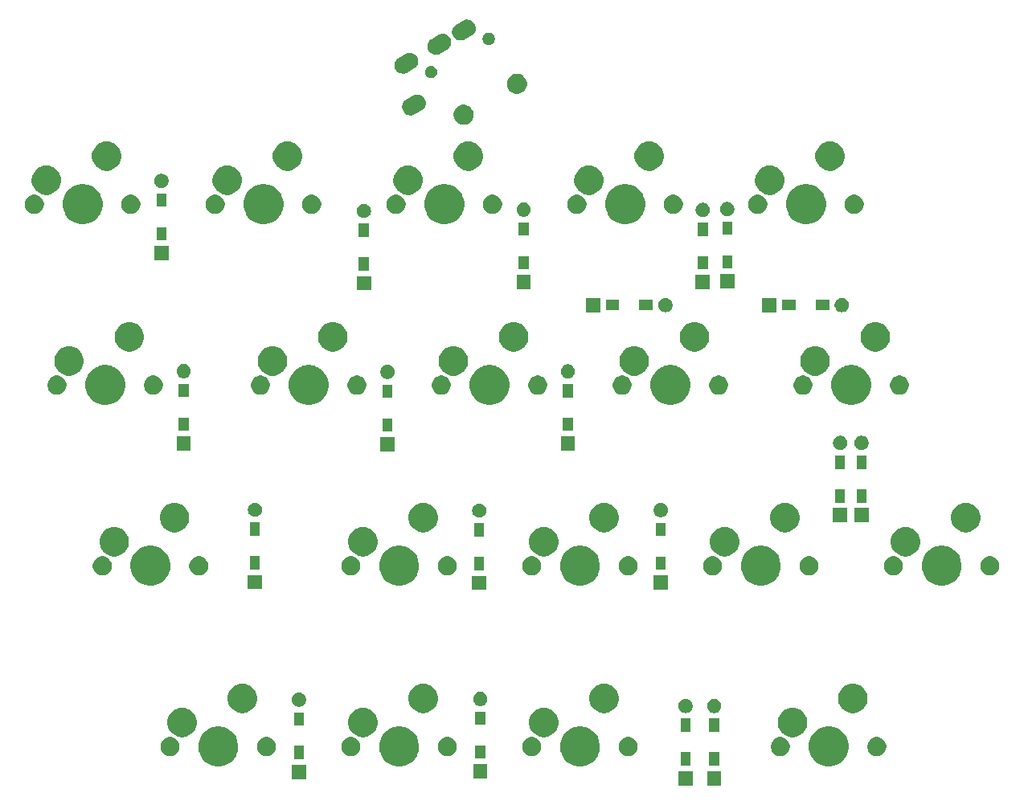
<source format=gbr>
G04 #@! TF.GenerationSoftware,KiCad,Pcbnew,(5.1.6-0-10_14)*
G04 #@! TF.CreationDate,2022-05-03T20:52:28+09:00*
G04 #@! TF.ProjectId,cool939,636f6f6c-3933-4392-9e6b-696361645f70,rev?*
G04 #@! TF.SameCoordinates,Original*
G04 #@! TF.FileFunction,Soldermask,Top*
G04 #@! TF.FilePolarity,Negative*
%FSLAX46Y46*%
G04 Gerber Fmt 4.6, Leading zero omitted, Abs format (unit mm)*
G04 Created by KiCad (PCBNEW (5.1.6-0-10_14)) date 2022-05-03 20:52:28*
%MOMM*%
%LPD*%
G01*
G04 APERTURE LIST*
%ADD10C,0.100000*%
G04 APERTURE END LIST*
D10*
G36*
X95849500Y-61239500D02*
G01*
X94350500Y-61239500D01*
X94350500Y-59740500D01*
X95849500Y-59740500D01*
X95849500Y-61239500D01*
G37*
G36*
X92839500Y-61239500D02*
G01*
X91340500Y-61239500D01*
X91340500Y-59740500D01*
X92839500Y-59740500D01*
X92839500Y-61239500D01*
G37*
G36*
X52099500Y-60569500D02*
G01*
X50600500Y-60569500D01*
X50600500Y-59070500D01*
X52099500Y-59070500D01*
X52099500Y-60569500D01*
G37*
G36*
X71209500Y-60499500D02*
G01*
X69710500Y-60499500D01*
X69710500Y-59000500D01*
X71209500Y-59000500D01*
X71209500Y-60499500D01*
G37*
G36*
X107634036Y-55102827D02*
G01*
X107769339Y-55129740D01*
X108151697Y-55288118D01*
X108495810Y-55518047D01*
X108788453Y-55810690D01*
X109018382Y-56154803D01*
X109166297Y-56511900D01*
X109176760Y-56537162D01*
X109257500Y-56943068D01*
X109257500Y-57356932D01*
X109204347Y-57624149D01*
X109176760Y-57762839D01*
X109018382Y-58145197D01*
X108788453Y-58489310D01*
X108495810Y-58781953D01*
X108151697Y-59011882D01*
X107769339Y-59170260D01*
X107634036Y-59197173D01*
X107363432Y-59251000D01*
X106949568Y-59251000D01*
X106678964Y-59197173D01*
X106543661Y-59170260D01*
X106161303Y-59011882D01*
X105817190Y-58781953D01*
X105524547Y-58489310D01*
X105294618Y-58145197D01*
X105136240Y-57762839D01*
X105108653Y-57624149D01*
X105055500Y-57356932D01*
X105055500Y-56943068D01*
X105136240Y-56537162D01*
X105146704Y-56511900D01*
X105294618Y-56154803D01*
X105524547Y-55810690D01*
X105817190Y-55518047D01*
X106161303Y-55288118D01*
X106543661Y-55129740D01*
X106678964Y-55102827D01*
X106949568Y-55049000D01*
X107363432Y-55049000D01*
X107634036Y-55102827D01*
G37*
G36*
X81440036Y-55102827D02*
G01*
X81575339Y-55129740D01*
X81957697Y-55288118D01*
X82301810Y-55518047D01*
X82594453Y-55810690D01*
X82824382Y-56154803D01*
X82972297Y-56511900D01*
X82982760Y-56537162D01*
X83063500Y-56943068D01*
X83063500Y-57356932D01*
X83010347Y-57624149D01*
X82982760Y-57762839D01*
X82824382Y-58145197D01*
X82594453Y-58489310D01*
X82301810Y-58781953D01*
X81957697Y-59011882D01*
X81575339Y-59170260D01*
X81440036Y-59197173D01*
X81169432Y-59251000D01*
X80755568Y-59251000D01*
X80484964Y-59197173D01*
X80349661Y-59170260D01*
X79967303Y-59011882D01*
X79623190Y-58781953D01*
X79330547Y-58489310D01*
X79100618Y-58145197D01*
X78942240Y-57762839D01*
X78914653Y-57624149D01*
X78861500Y-57356932D01*
X78861500Y-56943068D01*
X78942240Y-56537162D01*
X78952704Y-56511900D01*
X79100618Y-56154803D01*
X79330547Y-55810690D01*
X79623190Y-55518047D01*
X79967303Y-55288118D01*
X80349661Y-55129740D01*
X80484964Y-55102827D01*
X80755568Y-55049000D01*
X81169432Y-55049000D01*
X81440036Y-55102827D01*
G37*
G36*
X62390036Y-55102827D02*
G01*
X62525339Y-55129740D01*
X62907697Y-55288118D01*
X63251810Y-55518047D01*
X63544453Y-55810690D01*
X63774382Y-56154803D01*
X63922297Y-56511900D01*
X63932760Y-56537162D01*
X64013500Y-56943068D01*
X64013500Y-57356932D01*
X63960347Y-57624149D01*
X63932760Y-57762839D01*
X63774382Y-58145197D01*
X63544453Y-58489310D01*
X63251810Y-58781953D01*
X62907697Y-59011882D01*
X62525339Y-59170260D01*
X62390036Y-59197173D01*
X62119432Y-59251000D01*
X61705568Y-59251000D01*
X61434964Y-59197173D01*
X61299661Y-59170260D01*
X60917303Y-59011882D01*
X60573190Y-58781953D01*
X60280547Y-58489310D01*
X60050618Y-58145197D01*
X59892240Y-57762839D01*
X59864653Y-57624149D01*
X59811500Y-57356932D01*
X59811500Y-56943068D01*
X59892240Y-56537162D01*
X59902704Y-56511900D01*
X60050618Y-56154803D01*
X60280547Y-55810690D01*
X60573190Y-55518047D01*
X60917303Y-55288118D01*
X61299661Y-55129740D01*
X61434964Y-55102827D01*
X61705568Y-55049000D01*
X62119432Y-55049000D01*
X62390036Y-55102827D01*
G37*
G36*
X43340036Y-55102827D02*
G01*
X43475339Y-55129740D01*
X43857697Y-55288118D01*
X44201810Y-55518047D01*
X44494453Y-55810690D01*
X44724382Y-56154803D01*
X44872297Y-56511900D01*
X44882760Y-56537162D01*
X44963500Y-56943068D01*
X44963500Y-57356932D01*
X44910347Y-57624149D01*
X44882760Y-57762839D01*
X44724382Y-58145197D01*
X44494453Y-58489310D01*
X44201810Y-58781953D01*
X43857697Y-59011882D01*
X43475339Y-59170260D01*
X43340036Y-59197173D01*
X43069432Y-59251000D01*
X42655568Y-59251000D01*
X42384964Y-59197173D01*
X42249661Y-59170260D01*
X41867303Y-59011882D01*
X41523190Y-58781953D01*
X41230547Y-58489310D01*
X41000618Y-58145197D01*
X40842240Y-57762839D01*
X40814653Y-57624149D01*
X40761500Y-57356932D01*
X40761500Y-56943068D01*
X40842240Y-56537162D01*
X40852704Y-56511900D01*
X41000618Y-56154803D01*
X41230547Y-55810690D01*
X41523190Y-55518047D01*
X41867303Y-55288118D01*
X42249661Y-55129740D01*
X42384964Y-55102827D01*
X42655568Y-55049000D01*
X43069432Y-55049000D01*
X43340036Y-55102827D01*
G37*
G36*
X95626000Y-59156000D02*
G01*
X94574000Y-59156000D01*
X94574000Y-57754000D01*
X95626000Y-57754000D01*
X95626000Y-59156000D01*
G37*
G36*
X92616000Y-59156000D02*
G01*
X91564000Y-59156000D01*
X91564000Y-57754000D01*
X92616000Y-57754000D01*
X92616000Y-59156000D01*
G37*
G36*
X51876000Y-58486000D02*
G01*
X50824000Y-58486000D01*
X50824000Y-57084000D01*
X51876000Y-57084000D01*
X51876000Y-58486000D01*
G37*
G36*
X70986000Y-58416000D02*
G01*
X69934000Y-58416000D01*
X69934000Y-57014000D01*
X70986000Y-57014000D01*
X70986000Y-58416000D01*
G37*
G36*
X48070264Y-56154803D02*
G01*
X48234481Y-56187468D01*
X48416651Y-56262926D01*
X48580600Y-56372473D01*
X48720027Y-56511900D01*
X48829574Y-56675849D01*
X48905032Y-56858019D01*
X48943500Y-57051410D01*
X48943500Y-57248590D01*
X48905032Y-57441981D01*
X48829574Y-57624151D01*
X48720027Y-57788100D01*
X48580600Y-57927527D01*
X48416651Y-58037074D01*
X48234481Y-58112532D01*
X48137785Y-58131766D01*
X48041091Y-58151000D01*
X47843909Y-58151000D01*
X47747215Y-58131766D01*
X47650519Y-58112532D01*
X47468349Y-58037074D01*
X47304400Y-57927527D01*
X47164973Y-57788100D01*
X47055426Y-57624151D01*
X46979968Y-57441981D01*
X46941500Y-57248590D01*
X46941500Y-57051410D01*
X46979968Y-56858019D01*
X47055426Y-56675849D01*
X47164973Y-56511900D01*
X47304400Y-56372473D01*
X47468349Y-56262926D01*
X47650519Y-56187468D01*
X47814736Y-56154803D01*
X47843909Y-56149000D01*
X48041091Y-56149000D01*
X48070264Y-56154803D01*
G37*
G36*
X37910264Y-56154803D02*
G01*
X38074481Y-56187468D01*
X38256651Y-56262926D01*
X38420600Y-56372473D01*
X38560027Y-56511900D01*
X38669574Y-56675849D01*
X38745032Y-56858019D01*
X38783500Y-57051410D01*
X38783500Y-57248590D01*
X38745032Y-57441981D01*
X38669574Y-57624151D01*
X38560027Y-57788100D01*
X38420600Y-57927527D01*
X38256651Y-58037074D01*
X38074481Y-58112532D01*
X37977785Y-58131766D01*
X37881091Y-58151000D01*
X37683909Y-58151000D01*
X37587215Y-58131766D01*
X37490519Y-58112532D01*
X37308349Y-58037074D01*
X37144400Y-57927527D01*
X37004973Y-57788100D01*
X36895426Y-57624151D01*
X36819968Y-57441981D01*
X36781500Y-57248590D01*
X36781500Y-57051410D01*
X36819968Y-56858019D01*
X36895426Y-56675849D01*
X37004973Y-56511900D01*
X37144400Y-56372473D01*
X37308349Y-56262926D01*
X37490519Y-56187468D01*
X37654736Y-56154803D01*
X37683909Y-56149000D01*
X37881091Y-56149000D01*
X37910264Y-56154803D01*
G37*
G36*
X56960264Y-56154803D02*
G01*
X57124481Y-56187468D01*
X57306651Y-56262926D01*
X57470600Y-56372473D01*
X57610027Y-56511900D01*
X57719574Y-56675849D01*
X57795032Y-56858019D01*
X57833500Y-57051410D01*
X57833500Y-57248590D01*
X57795032Y-57441981D01*
X57719574Y-57624151D01*
X57610027Y-57788100D01*
X57470600Y-57927527D01*
X57306651Y-58037074D01*
X57124481Y-58112532D01*
X57027785Y-58131766D01*
X56931091Y-58151000D01*
X56733909Y-58151000D01*
X56637215Y-58131766D01*
X56540519Y-58112532D01*
X56358349Y-58037074D01*
X56194400Y-57927527D01*
X56054973Y-57788100D01*
X55945426Y-57624151D01*
X55869968Y-57441981D01*
X55831500Y-57248590D01*
X55831500Y-57051410D01*
X55869968Y-56858019D01*
X55945426Y-56675849D01*
X56054973Y-56511900D01*
X56194400Y-56372473D01*
X56358349Y-56262926D01*
X56540519Y-56187468D01*
X56704736Y-56154803D01*
X56733909Y-56149000D01*
X56931091Y-56149000D01*
X56960264Y-56154803D01*
G37*
G36*
X67120264Y-56154803D02*
G01*
X67284481Y-56187468D01*
X67466651Y-56262926D01*
X67630600Y-56372473D01*
X67770027Y-56511900D01*
X67879574Y-56675849D01*
X67955032Y-56858019D01*
X67993500Y-57051410D01*
X67993500Y-57248590D01*
X67955032Y-57441981D01*
X67879574Y-57624151D01*
X67770027Y-57788100D01*
X67630600Y-57927527D01*
X67466651Y-58037074D01*
X67284481Y-58112532D01*
X67187785Y-58131766D01*
X67091091Y-58151000D01*
X66893909Y-58151000D01*
X66797215Y-58131766D01*
X66700519Y-58112532D01*
X66518349Y-58037074D01*
X66354400Y-57927527D01*
X66214973Y-57788100D01*
X66105426Y-57624151D01*
X66029968Y-57441981D01*
X65991500Y-57248590D01*
X65991500Y-57051410D01*
X66029968Y-56858019D01*
X66105426Y-56675849D01*
X66214973Y-56511900D01*
X66354400Y-56372473D01*
X66518349Y-56262926D01*
X66700519Y-56187468D01*
X66864736Y-56154803D01*
X66893909Y-56149000D01*
X67091091Y-56149000D01*
X67120264Y-56154803D01*
G37*
G36*
X76010264Y-56154803D02*
G01*
X76174481Y-56187468D01*
X76356651Y-56262926D01*
X76520600Y-56372473D01*
X76660027Y-56511900D01*
X76769574Y-56675849D01*
X76845032Y-56858019D01*
X76883500Y-57051410D01*
X76883500Y-57248590D01*
X76845032Y-57441981D01*
X76769574Y-57624151D01*
X76660027Y-57788100D01*
X76520600Y-57927527D01*
X76356651Y-58037074D01*
X76174481Y-58112532D01*
X76077785Y-58131766D01*
X75981091Y-58151000D01*
X75783909Y-58151000D01*
X75687215Y-58131766D01*
X75590519Y-58112532D01*
X75408349Y-58037074D01*
X75244400Y-57927527D01*
X75104973Y-57788100D01*
X74995426Y-57624151D01*
X74919968Y-57441981D01*
X74881500Y-57248590D01*
X74881500Y-57051410D01*
X74919968Y-56858019D01*
X74995426Y-56675849D01*
X75104973Y-56511900D01*
X75244400Y-56372473D01*
X75408349Y-56262926D01*
X75590519Y-56187468D01*
X75754736Y-56154803D01*
X75783909Y-56149000D01*
X75981091Y-56149000D01*
X76010264Y-56154803D01*
G37*
G36*
X86170264Y-56154803D02*
G01*
X86334481Y-56187468D01*
X86516651Y-56262926D01*
X86680600Y-56372473D01*
X86820027Y-56511900D01*
X86929574Y-56675849D01*
X87005032Y-56858019D01*
X87043500Y-57051410D01*
X87043500Y-57248590D01*
X87005032Y-57441981D01*
X86929574Y-57624151D01*
X86820027Y-57788100D01*
X86680600Y-57927527D01*
X86516651Y-58037074D01*
X86334481Y-58112532D01*
X86237785Y-58131766D01*
X86141091Y-58151000D01*
X85943909Y-58151000D01*
X85847215Y-58131766D01*
X85750519Y-58112532D01*
X85568349Y-58037074D01*
X85404400Y-57927527D01*
X85264973Y-57788100D01*
X85155426Y-57624151D01*
X85079968Y-57441981D01*
X85041500Y-57248590D01*
X85041500Y-57051410D01*
X85079968Y-56858019D01*
X85155426Y-56675849D01*
X85264973Y-56511900D01*
X85404400Y-56372473D01*
X85568349Y-56262926D01*
X85750519Y-56187468D01*
X85914736Y-56154803D01*
X85943909Y-56149000D01*
X86141091Y-56149000D01*
X86170264Y-56154803D01*
G37*
G36*
X102204264Y-56154803D02*
G01*
X102368481Y-56187468D01*
X102550651Y-56262926D01*
X102714600Y-56372473D01*
X102854027Y-56511900D01*
X102963574Y-56675849D01*
X103039032Y-56858019D01*
X103077500Y-57051410D01*
X103077500Y-57248590D01*
X103039032Y-57441981D01*
X102963574Y-57624151D01*
X102854027Y-57788100D01*
X102714600Y-57927527D01*
X102550651Y-58037074D01*
X102368481Y-58112532D01*
X102271785Y-58131766D01*
X102175091Y-58151000D01*
X101977909Y-58151000D01*
X101881215Y-58131766D01*
X101784519Y-58112532D01*
X101602349Y-58037074D01*
X101438400Y-57927527D01*
X101298973Y-57788100D01*
X101189426Y-57624151D01*
X101113968Y-57441981D01*
X101075500Y-57248590D01*
X101075500Y-57051410D01*
X101113968Y-56858019D01*
X101189426Y-56675849D01*
X101298973Y-56511900D01*
X101438400Y-56372473D01*
X101602349Y-56262926D01*
X101784519Y-56187468D01*
X101948736Y-56154803D01*
X101977909Y-56149000D01*
X102175091Y-56149000D01*
X102204264Y-56154803D01*
G37*
G36*
X112364264Y-56154803D02*
G01*
X112528481Y-56187468D01*
X112710651Y-56262926D01*
X112874600Y-56372473D01*
X113014027Y-56511900D01*
X113123574Y-56675849D01*
X113199032Y-56858019D01*
X113237500Y-57051410D01*
X113237500Y-57248590D01*
X113199032Y-57441981D01*
X113123574Y-57624151D01*
X113014027Y-57788100D01*
X112874600Y-57927527D01*
X112710651Y-58037074D01*
X112528481Y-58112532D01*
X112431785Y-58131766D01*
X112335091Y-58151000D01*
X112137909Y-58151000D01*
X112041215Y-58131766D01*
X111944519Y-58112532D01*
X111762349Y-58037074D01*
X111598400Y-57927527D01*
X111458973Y-57788100D01*
X111349426Y-57624151D01*
X111273968Y-57441981D01*
X111235500Y-57248590D01*
X111235500Y-57051410D01*
X111273968Y-56858019D01*
X111349426Y-56675849D01*
X111458973Y-56511900D01*
X111598400Y-56372473D01*
X111762349Y-56262926D01*
X111944519Y-56187468D01*
X112108736Y-56154803D01*
X112137909Y-56149000D01*
X112335091Y-56149000D01*
X112364264Y-56154803D01*
G37*
G36*
X77454170Y-53088620D02*
G01*
X77604910Y-53118604D01*
X77887174Y-53235521D01*
X78141205Y-53405259D01*
X78357241Y-53621295D01*
X78526979Y-53875326D01*
X78643896Y-54157590D01*
X78703500Y-54457240D01*
X78703500Y-54762760D01*
X78643896Y-55062410D01*
X78526979Y-55344674D01*
X78357241Y-55598705D01*
X78141205Y-55814741D01*
X77887174Y-55984479D01*
X77604910Y-56101396D01*
X77455085Y-56131198D01*
X77305261Y-56161000D01*
X76999739Y-56161000D01*
X76849915Y-56131198D01*
X76700090Y-56101396D01*
X76417826Y-55984479D01*
X76163795Y-55814741D01*
X75947759Y-55598705D01*
X75778021Y-55344674D01*
X75661104Y-55062410D01*
X75601500Y-54762760D01*
X75601500Y-54457240D01*
X75661104Y-54157590D01*
X75778021Y-53875326D01*
X75947759Y-53621295D01*
X76163795Y-53405259D01*
X76417826Y-53235521D01*
X76700090Y-53118604D01*
X76850830Y-53088620D01*
X76999739Y-53059000D01*
X77305261Y-53059000D01*
X77454170Y-53088620D01*
G37*
G36*
X103648170Y-53088620D02*
G01*
X103798910Y-53118604D01*
X104081174Y-53235521D01*
X104335205Y-53405259D01*
X104551241Y-53621295D01*
X104720979Y-53875326D01*
X104837896Y-54157590D01*
X104897500Y-54457240D01*
X104897500Y-54762760D01*
X104837896Y-55062410D01*
X104720979Y-55344674D01*
X104551241Y-55598705D01*
X104335205Y-55814741D01*
X104081174Y-55984479D01*
X103798910Y-56101396D01*
X103649085Y-56131198D01*
X103499261Y-56161000D01*
X103193739Y-56161000D01*
X103043915Y-56131198D01*
X102894090Y-56101396D01*
X102611826Y-55984479D01*
X102357795Y-55814741D01*
X102141759Y-55598705D01*
X101972021Y-55344674D01*
X101855104Y-55062410D01*
X101795500Y-54762760D01*
X101795500Y-54457240D01*
X101855104Y-54157590D01*
X101972021Y-53875326D01*
X102141759Y-53621295D01*
X102357795Y-53405259D01*
X102611826Y-53235521D01*
X102894090Y-53118604D01*
X103044830Y-53088620D01*
X103193739Y-53059000D01*
X103499261Y-53059000D01*
X103648170Y-53088620D01*
G37*
G36*
X39354170Y-53088620D02*
G01*
X39504910Y-53118604D01*
X39787174Y-53235521D01*
X40041205Y-53405259D01*
X40257241Y-53621295D01*
X40426979Y-53875326D01*
X40543896Y-54157590D01*
X40603500Y-54457240D01*
X40603500Y-54762760D01*
X40543896Y-55062410D01*
X40426979Y-55344674D01*
X40257241Y-55598705D01*
X40041205Y-55814741D01*
X39787174Y-55984479D01*
X39504910Y-56101396D01*
X39355085Y-56131198D01*
X39205261Y-56161000D01*
X38899739Y-56161000D01*
X38749915Y-56131198D01*
X38600090Y-56101396D01*
X38317826Y-55984479D01*
X38063795Y-55814741D01*
X37847759Y-55598705D01*
X37678021Y-55344674D01*
X37561104Y-55062410D01*
X37501500Y-54762760D01*
X37501500Y-54457240D01*
X37561104Y-54157590D01*
X37678021Y-53875326D01*
X37847759Y-53621295D01*
X38063795Y-53405259D01*
X38317826Y-53235521D01*
X38600090Y-53118604D01*
X38750830Y-53088620D01*
X38899739Y-53059000D01*
X39205261Y-53059000D01*
X39354170Y-53088620D01*
G37*
G36*
X58404170Y-53088620D02*
G01*
X58554910Y-53118604D01*
X58837174Y-53235521D01*
X59091205Y-53405259D01*
X59307241Y-53621295D01*
X59476979Y-53875326D01*
X59593896Y-54157590D01*
X59653500Y-54457240D01*
X59653500Y-54762760D01*
X59593896Y-55062410D01*
X59476979Y-55344674D01*
X59307241Y-55598705D01*
X59091205Y-55814741D01*
X58837174Y-55984479D01*
X58554910Y-56101396D01*
X58405085Y-56131198D01*
X58255261Y-56161000D01*
X57949739Y-56161000D01*
X57799915Y-56131198D01*
X57650090Y-56101396D01*
X57367826Y-55984479D01*
X57113795Y-55814741D01*
X56897759Y-55598705D01*
X56728021Y-55344674D01*
X56611104Y-55062410D01*
X56551500Y-54762760D01*
X56551500Y-54457240D01*
X56611104Y-54157590D01*
X56728021Y-53875326D01*
X56897759Y-53621295D01*
X57113795Y-53405259D01*
X57367826Y-53235521D01*
X57650090Y-53118604D01*
X57800830Y-53088620D01*
X57949739Y-53059000D01*
X58255261Y-53059000D01*
X58404170Y-53088620D01*
G37*
G36*
X95626000Y-55606000D02*
G01*
X94574000Y-55606000D01*
X94574000Y-54204000D01*
X95626000Y-54204000D01*
X95626000Y-55606000D01*
G37*
G36*
X92616000Y-55606000D02*
G01*
X91564000Y-55606000D01*
X91564000Y-54204000D01*
X92616000Y-54204000D01*
X92616000Y-55606000D01*
G37*
G36*
X51876000Y-54936000D02*
G01*
X50824000Y-54936000D01*
X50824000Y-53534000D01*
X51876000Y-53534000D01*
X51876000Y-54936000D01*
G37*
G36*
X70986000Y-54866000D02*
G01*
X69934000Y-54866000D01*
X69934000Y-53464000D01*
X70986000Y-53464000D01*
X70986000Y-54866000D01*
G37*
G36*
X45705085Y-50548802D02*
G01*
X45854910Y-50578604D01*
X46137174Y-50695521D01*
X46391205Y-50865259D01*
X46607241Y-51081295D01*
X46776979Y-51335326D01*
X46893896Y-51617590D01*
X46900785Y-51652224D01*
X46952335Y-51911380D01*
X46953500Y-51917240D01*
X46953500Y-52222760D01*
X46893896Y-52522410D01*
X46776979Y-52804674D01*
X46607241Y-53058705D01*
X46391205Y-53274741D01*
X46137174Y-53444479D01*
X45854910Y-53561396D01*
X45707604Y-53590697D01*
X45555261Y-53621000D01*
X45249739Y-53621000D01*
X45097396Y-53590697D01*
X44950090Y-53561396D01*
X44667826Y-53444479D01*
X44413795Y-53274741D01*
X44197759Y-53058705D01*
X44028021Y-52804674D01*
X43911104Y-52522410D01*
X43851500Y-52222760D01*
X43851500Y-51917240D01*
X43852666Y-51911380D01*
X43904215Y-51652224D01*
X43911104Y-51617590D01*
X44028021Y-51335326D01*
X44197759Y-51081295D01*
X44413795Y-50865259D01*
X44667826Y-50695521D01*
X44950090Y-50578604D01*
X45099915Y-50548802D01*
X45249739Y-50519000D01*
X45555261Y-50519000D01*
X45705085Y-50548802D01*
G37*
G36*
X109999085Y-50548802D02*
G01*
X110148910Y-50578604D01*
X110431174Y-50695521D01*
X110685205Y-50865259D01*
X110901241Y-51081295D01*
X111070979Y-51335326D01*
X111187896Y-51617590D01*
X111194785Y-51652224D01*
X111246335Y-51911380D01*
X111247500Y-51917240D01*
X111247500Y-52222760D01*
X111187896Y-52522410D01*
X111070979Y-52804674D01*
X110901241Y-53058705D01*
X110685205Y-53274741D01*
X110431174Y-53444479D01*
X110148910Y-53561396D01*
X110001604Y-53590697D01*
X109849261Y-53621000D01*
X109543739Y-53621000D01*
X109391396Y-53590697D01*
X109244090Y-53561396D01*
X108961826Y-53444479D01*
X108707795Y-53274741D01*
X108491759Y-53058705D01*
X108322021Y-52804674D01*
X108205104Y-52522410D01*
X108145500Y-52222760D01*
X108145500Y-51917240D01*
X108146666Y-51911380D01*
X108198215Y-51652224D01*
X108205104Y-51617590D01*
X108322021Y-51335326D01*
X108491759Y-51081295D01*
X108707795Y-50865259D01*
X108961826Y-50695521D01*
X109244090Y-50578604D01*
X109393915Y-50548802D01*
X109543739Y-50519000D01*
X109849261Y-50519000D01*
X109999085Y-50548802D01*
G37*
G36*
X83805085Y-50548802D02*
G01*
X83954910Y-50578604D01*
X84237174Y-50695521D01*
X84491205Y-50865259D01*
X84707241Y-51081295D01*
X84876979Y-51335326D01*
X84993896Y-51617590D01*
X85000785Y-51652224D01*
X85052335Y-51911380D01*
X85053500Y-51917240D01*
X85053500Y-52222760D01*
X84993896Y-52522410D01*
X84876979Y-52804674D01*
X84707241Y-53058705D01*
X84491205Y-53274741D01*
X84237174Y-53444479D01*
X83954910Y-53561396D01*
X83807604Y-53590697D01*
X83655261Y-53621000D01*
X83349739Y-53621000D01*
X83197396Y-53590697D01*
X83050090Y-53561396D01*
X82767826Y-53444479D01*
X82513795Y-53274741D01*
X82297759Y-53058705D01*
X82128021Y-52804674D01*
X82011104Y-52522410D01*
X81951500Y-52222760D01*
X81951500Y-51917240D01*
X81952666Y-51911380D01*
X82004215Y-51652224D01*
X82011104Y-51617590D01*
X82128021Y-51335326D01*
X82297759Y-51081295D01*
X82513795Y-50865259D01*
X82767826Y-50695521D01*
X83050090Y-50578604D01*
X83199915Y-50548802D01*
X83349739Y-50519000D01*
X83655261Y-50519000D01*
X83805085Y-50548802D01*
G37*
G36*
X64755085Y-50548802D02*
G01*
X64904910Y-50578604D01*
X65187174Y-50695521D01*
X65441205Y-50865259D01*
X65657241Y-51081295D01*
X65826979Y-51335326D01*
X65943896Y-51617590D01*
X65950785Y-51652224D01*
X66002335Y-51911380D01*
X66003500Y-51917240D01*
X66003500Y-52222760D01*
X65943896Y-52522410D01*
X65826979Y-52804674D01*
X65657241Y-53058705D01*
X65441205Y-53274741D01*
X65187174Y-53444479D01*
X64904910Y-53561396D01*
X64757604Y-53590697D01*
X64605261Y-53621000D01*
X64299739Y-53621000D01*
X64147396Y-53590697D01*
X64000090Y-53561396D01*
X63717826Y-53444479D01*
X63463795Y-53274741D01*
X63247759Y-53058705D01*
X63078021Y-52804674D01*
X62961104Y-52522410D01*
X62901500Y-52222760D01*
X62901500Y-51917240D01*
X62902666Y-51911380D01*
X62954215Y-51652224D01*
X62961104Y-51617590D01*
X63078021Y-51335326D01*
X63247759Y-51081295D01*
X63463795Y-50865259D01*
X63717826Y-50695521D01*
X64000090Y-50578604D01*
X64149915Y-50548802D01*
X64299739Y-50519000D01*
X64605261Y-50519000D01*
X64755085Y-50548802D01*
G37*
G36*
X95194425Y-52124599D02*
G01*
X95318621Y-52149302D01*
X95455022Y-52205801D01*
X95577779Y-52287825D01*
X95682175Y-52392221D01*
X95764199Y-52514978D01*
X95820698Y-52651379D01*
X95849500Y-52796181D01*
X95849500Y-52943819D01*
X95820698Y-53088621D01*
X95764199Y-53225022D01*
X95682175Y-53347779D01*
X95577779Y-53452175D01*
X95455022Y-53534199D01*
X95318621Y-53590698D01*
X95194425Y-53615401D01*
X95173820Y-53619500D01*
X95026180Y-53619500D01*
X95005575Y-53615401D01*
X94881379Y-53590698D01*
X94744978Y-53534199D01*
X94622221Y-53452175D01*
X94517825Y-53347779D01*
X94435801Y-53225022D01*
X94379302Y-53088621D01*
X94350500Y-52943819D01*
X94350500Y-52796181D01*
X94379302Y-52651379D01*
X94435801Y-52514978D01*
X94517825Y-52392221D01*
X94622221Y-52287825D01*
X94744978Y-52205801D01*
X94881379Y-52149302D01*
X95005575Y-52124599D01*
X95026180Y-52120500D01*
X95173820Y-52120500D01*
X95194425Y-52124599D01*
G37*
G36*
X92184425Y-52124599D02*
G01*
X92308621Y-52149302D01*
X92445022Y-52205801D01*
X92567779Y-52287825D01*
X92672175Y-52392221D01*
X92754199Y-52514978D01*
X92810698Y-52651379D01*
X92839500Y-52796181D01*
X92839500Y-52943819D01*
X92810698Y-53088621D01*
X92754199Y-53225022D01*
X92672175Y-53347779D01*
X92567779Y-53452175D01*
X92445022Y-53534199D01*
X92308621Y-53590698D01*
X92184425Y-53615401D01*
X92163820Y-53619500D01*
X92016180Y-53619500D01*
X91995575Y-53615401D01*
X91871379Y-53590698D01*
X91734978Y-53534199D01*
X91612221Y-53452175D01*
X91507825Y-53347779D01*
X91425801Y-53225022D01*
X91369302Y-53088621D01*
X91340500Y-52943819D01*
X91340500Y-52796181D01*
X91369302Y-52651379D01*
X91425801Y-52514978D01*
X91507825Y-52392221D01*
X91612221Y-52287825D01*
X91734978Y-52205801D01*
X91871379Y-52149302D01*
X91995575Y-52124599D01*
X92016180Y-52120500D01*
X92163820Y-52120500D01*
X92184425Y-52124599D01*
G37*
G36*
X51444425Y-51454599D02*
G01*
X51568621Y-51479302D01*
X51705022Y-51535801D01*
X51827779Y-51617825D01*
X51932175Y-51722221D01*
X52014199Y-51844978D01*
X52070698Y-51981379D01*
X52099500Y-52126181D01*
X52099500Y-52273819D01*
X52070698Y-52418621D01*
X52014199Y-52555022D01*
X51932175Y-52677779D01*
X51827779Y-52782175D01*
X51705022Y-52864199D01*
X51568621Y-52920698D01*
X51452380Y-52943819D01*
X51423820Y-52949500D01*
X51276180Y-52949500D01*
X51247620Y-52943819D01*
X51131379Y-52920698D01*
X50994978Y-52864199D01*
X50872221Y-52782175D01*
X50767825Y-52677779D01*
X50685801Y-52555022D01*
X50629302Y-52418621D01*
X50600500Y-52273819D01*
X50600500Y-52126181D01*
X50629302Y-51981379D01*
X50685801Y-51844978D01*
X50767825Y-51722221D01*
X50872221Y-51617825D01*
X50994978Y-51535801D01*
X51131379Y-51479302D01*
X51255575Y-51454599D01*
X51276180Y-51450500D01*
X51423820Y-51450500D01*
X51444425Y-51454599D01*
G37*
G36*
X70554425Y-51384599D02*
G01*
X70678621Y-51409302D01*
X70815022Y-51465801D01*
X70937779Y-51547825D01*
X71042175Y-51652221D01*
X71124199Y-51774978D01*
X71180698Y-51911379D01*
X71209500Y-52056181D01*
X71209500Y-52203819D01*
X71180698Y-52348621D01*
X71124199Y-52485022D01*
X71042175Y-52607779D01*
X70937779Y-52712175D01*
X70815022Y-52794199D01*
X70678621Y-52850698D01*
X70554425Y-52875401D01*
X70533820Y-52879500D01*
X70386180Y-52879500D01*
X70365575Y-52875401D01*
X70241379Y-52850698D01*
X70104978Y-52794199D01*
X69982221Y-52712175D01*
X69877825Y-52607779D01*
X69795801Y-52485022D01*
X69739302Y-52348621D01*
X69710500Y-52203819D01*
X69710500Y-52056181D01*
X69739302Y-51911379D01*
X69795801Y-51774978D01*
X69877825Y-51652221D01*
X69982221Y-51547825D01*
X70104978Y-51465801D01*
X70241379Y-51409302D01*
X70365575Y-51384599D01*
X70386180Y-51380500D01*
X70533820Y-51380500D01*
X70554425Y-51384599D01*
G37*
G36*
X71109500Y-40659500D02*
G01*
X69610500Y-40659500D01*
X69610500Y-39160500D01*
X71109500Y-39160500D01*
X71109500Y-40659500D01*
G37*
G36*
X90229500Y-40599500D02*
G01*
X88730500Y-40599500D01*
X88730500Y-39100500D01*
X90229500Y-39100500D01*
X90229500Y-40599500D01*
G37*
G36*
X47479500Y-40569500D02*
G01*
X45980500Y-40569500D01*
X45980500Y-39070500D01*
X47479500Y-39070500D01*
X47479500Y-40569500D01*
G37*
G36*
X81440036Y-36052827D02*
G01*
X81575339Y-36079740D01*
X81957697Y-36238118D01*
X82301810Y-36468047D01*
X82594453Y-36760690D01*
X82824382Y-37104803D01*
X82972297Y-37461900D01*
X82982760Y-37487162D01*
X83063500Y-37893068D01*
X83063500Y-38306932D01*
X83027881Y-38486000D01*
X82982760Y-38712839D01*
X82824382Y-39095197D01*
X82594453Y-39439310D01*
X82301810Y-39731953D01*
X81957697Y-39961882D01*
X81575339Y-40120260D01*
X81440036Y-40147173D01*
X81169432Y-40201000D01*
X80755568Y-40201000D01*
X80484964Y-40147173D01*
X80349661Y-40120260D01*
X79967303Y-39961882D01*
X79623190Y-39731953D01*
X79330547Y-39439310D01*
X79100618Y-39095197D01*
X78942240Y-38712839D01*
X78897119Y-38486000D01*
X78861500Y-38306932D01*
X78861500Y-37893068D01*
X78942240Y-37487162D01*
X78952704Y-37461900D01*
X79100618Y-37104803D01*
X79330547Y-36760690D01*
X79623190Y-36468047D01*
X79967303Y-36238118D01*
X80349661Y-36079740D01*
X80484964Y-36052827D01*
X80755568Y-35999000D01*
X81169432Y-35999000D01*
X81440036Y-36052827D01*
G37*
G36*
X100490036Y-36052827D02*
G01*
X100625339Y-36079740D01*
X101007697Y-36238118D01*
X101351810Y-36468047D01*
X101644453Y-36760690D01*
X101874382Y-37104803D01*
X102022297Y-37461900D01*
X102032760Y-37487162D01*
X102113500Y-37893068D01*
X102113500Y-38306932D01*
X102077881Y-38486000D01*
X102032760Y-38712839D01*
X101874382Y-39095197D01*
X101644453Y-39439310D01*
X101351810Y-39731953D01*
X101007697Y-39961882D01*
X100625339Y-40120260D01*
X100490036Y-40147173D01*
X100219432Y-40201000D01*
X99805568Y-40201000D01*
X99534964Y-40147173D01*
X99399661Y-40120260D01*
X99017303Y-39961882D01*
X98673190Y-39731953D01*
X98380547Y-39439310D01*
X98150618Y-39095197D01*
X97992240Y-38712839D01*
X97947119Y-38486000D01*
X97911500Y-38306932D01*
X97911500Y-37893068D01*
X97992240Y-37487162D01*
X98002704Y-37461900D01*
X98150618Y-37104803D01*
X98380547Y-36760690D01*
X98673190Y-36468047D01*
X99017303Y-36238118D01*
X99399661Y-36079740D01*
X99534964Y-36052827D01*
X99805568Y-35999000D01*
X100219432Y-35999000D01*
X100490036Y-36052827D01*
G37*
G36*
X36196536Y-36052827D02*
G01*
X36331839Y-36079740D01*
X36714197Y-36238118D01*
X37058310Y-36468047D01*
X37350953Y-36760690D01*
X37580882Y-37104803D01*
X37728797Y-37461900D01*
X37739260Y-37487162D01*
X37820000Y-37893068D01*
X37820000Y-38306932D01*
X37784381Y-38486000D01*
X37739260Y-38712839D01*
X37580882Y-39095197D01*
X37350953Y-39439310D01*
X37058310Y-39731953D01*
X36714197Y-39961882D01*
X36331839Y-40120260D01*
X36196536Y-40147173D01*
X35925932Y-40201000D01*
X35512068Y-40201000D01*
X35241464Y-40147173D01*
X35106161Y-40120260D01*
X34723803Y-39961882D01*
X34379690Y-39731953D01*
X34087047Y-39439310D01*
X33857118Y-39095197D01*
X33698740Y-38712839D01*
X33653619Y-38486000D01*
X33618000Y-38306932D01*
X33618000Y-37893068D01*
X33698740Y-37487162D01*
X33709204Y-37461900D01*
X33857118Y-37104803D01*
X34087047Y-36760690D01*
X34379690Y-36468047D01*
X34723803Y-36238118D01*
X35106161Y-36079740D01*
X35241464Y-36052827D01*
X35512068Y-35999000D01*
X35925932Y-35999000D01*
X36196536Y-36052827D01*
G37*
G36*
X119540036Y-36052827D02*
G01*
X119675339Y-36079740D01*
X120057697Y-36238118D01*
X120401810Y-36468047D01*
X120694453Y-36760690D01*
X120924382Y-37104803D01*
X121072297Y-37461900D01*
X121082760Y-37487162D01*
X121163500Y-37893068D01*
X121163500Y-38306932D01*
X121127881Y-38486000D01*
X121082760Y-38712839D01*
X120924382Y-39095197D01*
X120694453Y-39439310D01*
X120401810Y-39731953D01*
X120057697Y-39961882D01*
X119675339Y-40120260D01*
X119540036Y-40147173D01*
X119269432Y-40201000D01*
X118855568Y-40201000D01*
X118584964Y-40147173D01*
X118449661Y-40120260D01*
X118067303Y-39961882D01*
X117723190Y-39731953D01*
X117430547Y-39439310D01*
X117200618Y-39095197D01*
X117042240Y-38712839D01*
X116997119Y-38486000D01*
X116961500Y-38306932D01*
X116961500Y-37893068D01*
X117042240Y-37487162D01*
X117052704Y-37461900D01*
X117200618Y-37104803D01*
X117430547Y-36760690D01*
X117723190Y-36468047D01*
X118067303Y-36238118D01*
X118449661Y-36079740D01*
X118584964Y-36052827D01*
X118855568Y-35999000D01*
X119269432Y-35999000D01*
X119540036Y-36052827D01*
G37*
G36*
X62390036Y-36052827D02*
G01*
X62525339Y-36079740D01*
X62907697Y-36238118D01*
X63251810Y-36468047D01*
X63544453Y-36760690D01*
X63774382Y-37104803D01*
X63922297Y-37461900D01*
X63932760Y-37487162D01*
X64013500Y-37893068D01*
X64013500Y-38306932D01*
X63977881Y-38486000D01*
X63932760Y-38712839D01*
X63774382Y-39095197D01*
X63544453Y-39439310D01*
X63251810Y-39731953D01*
X62907697Y-39961882D01*
X62525339Y-40120260D01*
X62390036Y-40147173D01*
X62119432Y-40201000D01*
X61705568Y-40201000D01*
X61434964Y-40147173D01*
X61299661Y-40120260D01*
X60917303Y-39961882D01*
X60573190Y-39731953D01*
X60280547Y-39439310D01*
X60050618Y-39095197D01*
X59892240Y-38712839D01*
X59847119Y-38486000D01*
X59811500Y-38306932D01*
X59811500Y-37893068D01*
X59892240Y-37487162D01*
X59902704Y-37461900D01*
X60050618Y-37104803D01*
X60280547Y-36760690D01*
X60573190Y-36468047D01*
X60917303Y-36238118D01*
X61299661Y-36079740D01*
X61434964Y-36052827D01*
X61705568Y-35999000D01*
X62119432Y-35999000D01*
X62390036Y-36052827D01*
G37*
G36*
X124270264Y-37104803D02*
G01*
X124434481Y-37137468D01*
X124616651Y-37212926D01*
X124780600Y-37322473D01*
X124920027Y-37461900D01*
X125029574Y-37625849D01*
X125105032Y-37808019D01*
X125143500Y-38001410D01*
X125143500Y-38198590D01*
X125105032Y-38391981D01*
X125029574Y-38574151D01*
X124920027Y-38738100D01*
X124780600Y-38877527D01*
X124616651Y-38987074D01*
X124434481Y-39062532D01*
X124394423Y-39070500D01*
X124241091Y-39101000D01*
X124043909Y-39101000D01*
X123890577Y-39070500D01*
X123850519Y-39062532D01*
X123668349Y-38987074D01*
X123504400Y-38877527D01*
X123364973Y-38738100D01*
X123255426Y-38574151D01*
X123179968Y-38391981D01*
X123141500Y-38198590D01*
X123141500Y-38001410D01*
X123179968Y-37808019D01*
X123255426Y-37625849D01*
X123364973Y-37461900D01*
X123504400Y-37322473D01*
X123668349Y-37212926D01*
X123850519Y-37137468D01*
X124014736Y-37104803D01*
X124043909Y-37099000D01*
X124241091Y-37099000D01*
X124270264Y-37104803D01*
G37*
G36*
X114110264Y-37104803D02*
G01*
X114274481Y-37137468D01*
X114456651Y-37212926D01*
X114620600Y-37322473D01*
X114760027Y-37461900D01*
X114869574Y-37625849D01*
X114945032Y-37808019D01*
X114983500Y-38001410D01*
X114983500Y-38198590D01*
X114945032Y-38391981D01*
X114869574Y-38574151D01*
X114760027Y-38738100D01*
X114620600Y-38877527D01*
X114456651Y-38987074D01*
X114274481Y-39062532D01*
X114234423Y-39070500D01*
X114081091Y-39101000D01*
X113883909Y-39101000D01*
X113730577Y-39070500D01*
X113690519Y-39062532D01*
X113508349Y-38987074D01*
X113344400Y-38877527D01*
X113204973Y-38738100D01*
X113095426Y-38574151D01*
X113019968Y-38391981D01*
X112981500Y-38198590D01*
X112981500Y-38001410D01*
X113019968Y-37808019D01*
X113095426Y-37625849D01*
X113204973Y-37461900D01*
X113344400Y-37322473D01*
X113508349Y-37212926D01*
X113690519Y-37137468D01*
X113854736Y-37104803D01*
X113883909Y-37099000D01*
X114081091Y-37099000D01*
X114110264Y-37104803D01*
G37*
G36*
X67120264Y-37104803D02*
G01*
X67284481Y-37137468D01*
X67466651Y-37212926D01*
X67630600Y-37322473D01*
X67770027Y-37461900D01*
X67879574Y-37625849D01*
X67955032Y-37808019D01*
X67993500Y-38001410D01*
X67993500Y-38198590D01*
X67955032Y-38391981D01*
X67879574Y-38574151D01*
X67770027Y-38738100D01*
X67630600Y-38877527D01*
X67466651Y-38987074D01*
X67284481Y-39062532D01*
X67244423Y-39070500D01*
X67091091Y-39101000D01*
X66893909Y-39101000D01*
X66740577Y-39070500D01*
X66700519Y-39062532D01*
X66518349Y-38987074D01*
X66354400Y-38877527D01*
X66214973Y-38738100D01*
X66105426Y-38574151D01*
X66029968Y-38391981D01*
X65991500Y-38198590D01*
X65991500Y-38001410D01*
X66029968Y-37808019D01*
X66105426Y-37625849D01*
X66214973Y-37461900D01*
X66354400Y-37322473D01*
X66518349Y-37212926D01*
X66700519Y-37137468D01*
X66864736Y-37104803D01*
X66893909Y-37099000D01*
X67091091Y-37099000D01*
X67120264Y-37104803D01*
G37*
G36*
X30766764Y-37104803D02*
G01*
X30930981Y-37137468D01*
X31113151Y-37212926D01*
X31277100Y-37322473D01*
X31416527Y-37461900D01*
X31526074Y-37625849D01*
X31601532Y-37808019D01*
X31640000Y-38001410D01*
X31640000Y-38198590D01*
X31601532Y-38391981D01*
X31526074Y-38574151D01*
X31416527Y-38738100D01*
X31277100Y-38877527D01*
X31113151Y-38987074D01*
X30930981Y-39062532D01*
X30890923Y-39070500D01*
X30737591Y-39101000D01*
X30540409Y-39101000D01*
X30387077Y-39070500D01*
X30347019Y-39062532D01*
X30164849Y-38987074D01*
X30000900Y-38877527D01*
X29861473Y-38738100D01*
X29751926Y-38574151D01*
X29676468Y-38391981D01*
X29638000Y-38198590D01*
X29638000Y-38001410D01*
X29676468Y-37808019D01*
X29751926Y-37625849D01*
X29861473Y-37461900D01*
X30000900Y-37322473D01*
X30164849Y-37212926D01*
X30347019Y-37137468D01*
X30511236Y-37104803D01*
X30540409Y-37099000D01*
X30737591Y-37099000D01*
X30766764Y-37104803D01*
G37*
G36*
X40926764Y-37104803D02*
G01*
X41090981Y-37137468D01*
X41273151Y-37212926D01*
X41437100Y-37322473D01*
X41576527Y-37461900D01*
X41686074Y-37625849D01*
X41761532Y-37808019D01*
X41800000Y-38001410D01*
X41800000Y-38198590D01*
X41761532Y-38391981D01*
X41686074Y-38574151D01*
X41576527Y-38738100D01*
X41437100Y-38877527D01*
X41273151Y-38987074D01*
X41090981Y-39062532D01*
X41050923Y-39070500D01*
X40897591Y-39101000D01*
X40700409Y-39101000D01*
X40547077Y-39070500D01*
X40507019Y-39062532D01*
X40324849Y-38987074D01*
X40160900Y-38877527D01*
X40021473Y-38738100D01*
X39911926Y-38574151D01*
X39836468Y-38391981D01*
X39798000Y-38198590D01*
X39798000Y-38001410D01*
X39836468Y-37808019D01*
X39911926Y-37625849D01*
X40021473Y-37461900D01*
X40160900Y-37322473D01*
X40324849Y-37212926D01*
X40507019Y-37137468D01*
X40671236Y-37104803D01*
X40700409Y-37099000D01*
X40897591Y-37099000D01*
X40926764Y-37104803D01*
G37*
G36*
X56960264Y-37104803D02*
G01*
X57124481Y-37137468D01*
X57306651Y-37212926D01*
X57470600Y-37322473D01*
X57610027Y-37461900D01*
X57719574Y-37625849D01*
X57795032Y-37808019D01*
X57833500Y-38001410D01*
X57833500Y-38198590D01*
X57795032Y-38391981D01*
X57719574Y-38574151D01*
X57610027Y-38738100D01*
X57470600Y-38877527D01*
X57306651Y-38987074D01*
X57124481Y-39062532D01*
X57084423Y-39070500D01*
X56931091Y-39101000D01*
X56733909Y-39101000D01*
X56580577Y-39070500D01*
X56540519Y-39062532D01*
X56358349Y-38987074D01*
X56194400Y-38877527D01*
X56054973Y-38738100D01*
X55945426Y-38574151D01*
X55869968Y-38391981D01*
X55831500Y-38198590D01*
X55831500Y-38001410D01*
X55869968Y-37808019D01*
X55945426Y-37625849D01*
X56054973Y-37461900D01*
X56194400Y-37322473D01*
X56358349Y-37212926D01*
X56540519Y-37137468D01*
X56704736Y-37104803D01*
X56733909Y-37099000D01*
X56931091Y-37099000D01*
X56960264Y-37104803D01*
G37*
G36*
X86170264Y-37104803D02*
G01*
X86334481Y-37137468D01*
X86516651Y-37212926D01*
X86680600Y-37322473D01*
X86820027Y-37461900D01*
X86929574Y-37625849D01*
X87005032Y-37808019D01*
X87043500Y-38001410D01*
X87043500Y-38198590D01*
X87005032Y-38391981D01*
X86929574Y-38574151D01*
X86820027Y-38738100D01*
X86680600Y-38877527D01*
X86516651Y-38987074D01*
X86334481Y-39062532D01*
X86294423Y-39070500D01*
X86141091Y-39101000D01*
X85943909Y-39101000D01*
X85790577Y-39070500D01*
X85750519Y-39062532D01*
X85568349Y-38987074D01*
X85404400Y-38877527D01*
X85264973Y-38738100D01*
X85155426Y-38574151D01*
X85079968Y-38391981D01*
X85041500Y-38198590D01*
X85041500Y-38001410D01*
X85079968Y-37808019D01*
X85155426Y-37625849D01*
X85264973Y-37461900D01*
X85404400Y-37322473D01*
X85568349Y-37212926D01*
X85750519Y-37137468D01*
X85914736Y-37104803D01*
X85943909Y-37099000D01*
X86141091Y-37099000D01*
X86170264Y-37104803D01*
G37*
G36*
X76010264Y-37104803D02*
G01*
X76174481Y-37137468D01*
X76356651Y-37212926D01*
X76520600Y-37322473D01*
X76660027Y-37461900D01*
X76769574Y-37625849D01*
X76845032Y-37808019D01*
X76883500Y-38001410D01*
X76883500Y-38198590D01*
X76845032Y-38391981D01*
X76769574Y-38574151D01*
X76660027Y-38738100D01*
X76520600Y-38877527D01*
X76356651Y-38987074D01*
X76174481Y-39062532D01*
X76134423Y-39070500D01*
X75981091Y-39101000D01*
X75783909Y-39101000D01*
X75630577Y-39070500D01*
X75590519Y-39062532D01*
X75408349Y-38987074D01*
X75244400Y-38877527D01*
X75104973Y-38738100D01*
X74995426Y-38574151D01*
X74919968Y-38391981D01*
X74881500Y-38198590D01*
X74881500Y-38001410D01*
X74919968Y-37808019D01*
X74995426Y-37625849D01*
X75104973Y-37461900D01*
X75244400Y-37322473D01*
X75408349Y-37212926D01*
X75590519Y-37137468D01*
X75754736Y-37104803D01*
X75783909Y-37099000D01*
X75981091Y-37099000D01*
X76010264Y-37104803D01*
G37*
G36*
X105220264Y-37104803D02*
G01*
X105384481Y-37137468D01*
X105566651Y-37212926D01*
X105730600Y-37322473D01*
X105870027Y-37461900D01*
X105979574Y-37625849D01*
X106055032Y-37808019D01*
X106093500Y-38001410D01*
X106093500Y-38198590D01*
X106055032Y-38391981D01*
X105979574Y-38574151D01*
X105870027Y-38738100D01*
X105730600Y-38877527D01*
X105566651Y-38987074D01*
X105384481Y-39062532D01*
X105344423Y-39070500D01*
X105191091Y-39101000D01*
X104993909Y-39101000D01*
X104840577Y-39070500D01*
X104800519Y-39062532D01*
X104618349Y-38987074D01*
X104454400Y-38877527D01*
X104314973Y-38738100D01*
X104205426Y-38574151D01*
X104129968Y-38391981D01*
X104091500Y-38198590D01*
X104091500Y-38001410D01*
X104129968Y-37808019D01*
X104205426Y-37625849D01*
X104314973Y-37461900D01*
X104454400Y-37322473D01*
X104618349Y-37212926D01*
X104800519Y-37137468D01*
X104964736Y-37104803D01*
X104993909Y-37099000D01*
X105191091Y-37099000D01*
X105220264Y-37104803D01*
G37*
G36*
X95060264Y-37104803D02*
G01*
X95224481Y-37137468D01*
X95406651Y-37212926D01*
X95570600Y-37322473D01*
X95710027Y-37461900D01*
X95819574Y-37625849D01*
X95895032Y-37808019D01*
X95933500Y-38001410D01*
X95933500Y-38198590D01*
X95895032Y-38391981D01*
X95819574Y-38574151D01*
X95710027Y-38738100D01*
X95570600Y-38877527D01*
X95406651Y-38987074D01*
X95224481Y-39062532D01*
X95184423Y-39070500D01*
X95031091Y-39101000D01*
X94833909Y-39101000D01*
X94680577Y-39070500D01*
X94640519Y-39062532D01*
X94458349Y-38987074D01*
X94294400Y-38877527D01*
X94154973Y-38738100D01*
X94045426Y-38574151D01*
X93969968Y-38391981D01*
X93931500Y-38198590D01*
X93931500Y-38001410D01*
X93969968Y-37808019D01*
X94045426Y-37625849D01*
X94154973Y-37461900D01*
X94294400Y-37322473D01*
X94458349Y-37212926D01*
X94640519Y-37137468D01*
X94804736Y-37104803D01*
X94833909Y-37099000D01*
X95031091Y-37099000D01*
X95060264Y-37104803D01*
G37*
G36*
X70886000Y-38576000D02*
G01*
X69834000Y-38576000D01*
X69834000Y-37174000D01*
X70886000Y-37174000D01*
X70886000Y-38576000D01*
G37*
G36*
X90006000Y-38516000D02*
G01*
X88954000Y-38516000D01*
X88954000Y-37114000D01*
X90006000Y-37114000D01*
X90006000Y-38516000D01*
G37*
G36*
X47256000Y-38486000D02*
G01*
X46204000Y-38486000D01*
X46204000Y-37084000D01*
X47256000Y-37084000D01*
X47256000Y-38486000D01*
G37*
G36*
X115555085Y-34038802D02*
G01*
X115704910Y-34068604D01*
X115987174Y-34185521D01*
X116241205Y-34355259D01*
X116457241Y-34571295D01*
X116626979Y-34825326D01*
X116743896Y-35107590D01*
X116803500Y-35407240D01*
X116803500Y-35712760D01*
X116743896Y-36012410D01*
X116626979Y-36294674D01*
X116457241Y-36548705D01*
X116241205Y-36764741D01*
X115987174Y-36934479D01*
X115704910Y-37051396D01*
X115555085Y-37081198D01*
X115405261Y-37111000D01*
X115099739Y-37111000D01*
X114949915Y-37081198D01*
X114800090Y-37051396D01*
X114517826Y-36934479D01*
X114263795Y-36764741D01*
X114047759Y-36548705D01*
X113878021Y-36294674D01*
X113761104Y-36012410D01*
X113701500Y-35712760D01*
X113701500Y-35407240D01*
X113761104Y-35107590D01*
X113878021Y-34825326D01*
X114047759Y-34571295D01*
X114263795Y-34355259D01*
X114517826Y-34185521D01*
X114800090Y-34068604D01*
X114949915Y-34038802D01*
X115099739Y-34009000D01*
X115405261Y-34009000D01*
X115555085Y-34038802D01*
G37*
G36*
X96505085Y-34038802D02*
G01*
X96654910Y-34068604D01*
X96937174Y-34185521D01*
X97191205Y-34355259D01*
X97407241Y-34571295D01*
X97576979Y-34825326D01*
X97693896Y-35107590D01*
X97753500Y-35407240D01*
X97753500Y-35712760D01*
X97693896Y-36012410D01*
X97576979Y-36294674D01*
X97407241Y-36548705D01*
X97191205Y-36764741D01*
X96937174Y-36934479D01*
X96654910Y-37051396D01*
X96505085Y-37081198D01*
X96355261Y-37111000D01*
X96049739Y-37111000D01*
X95899915Y-37081198D01*
X95750090Y-37051396D01*
X95467826Y-36934479D01*
X95213795Y-36764741D01*
X94997759Y-36548705D01*
X94828021Y-36294674D01*
X94711104Y-36012410D01*
X94651500Y-35712760D01*
X94651500Y-35407240D01*
X94711104Y-35107590D01*
X94828021Y-34825326D01*
X94997759Y-34571295D01*
X95213795Y-34355259D01*
X95467826Y-34185521D01*
X95750090Y-34068604D01*
X95899915Y-34038802D01*
X96049739Y-34009000D01*
X96355261Y-34009000D01*
X96505085Y-34038802D01*
G37*
G36*
X77455085Y-34038802D02*
G01*
X77604910Y-34068604D01*
X77887174Y-34185521D01*
X78141205Y-34355259D01*
X78357241Y-34571295D01*
X78526979Y-34825326D01*
X78643896Y-35107590D01*
X78703500Y-35407240D01*
X78703500Y-35712760D01*
X78643896Y-36012410D01*
X78526979Y-36294674D01*
X78357241Y-36548705D01*
X78141205Y-36764741D01*
X77887174Y-36934479D01*
X77604910Y-37051396D01*
X77455085Y-37081198D01*
X77305261Y-37111000D01*
X76999739Y-37111000D01*
X76849915Y-37081198D01*
X76700090Y-37051396D01*
X76417826Y-36934479D01*
X76163795Y-36764741D01*
X75947759Y-36548705D01*
X75778021Y-36294674D01*
X75661104Y-36012410D01*
X75601500Y-35712760D01*
X75601500Y-35407240D01*
X75661104Y-35107590D01*
X75778021Y-34825326D01*
X75947759Y-34571295D01*
X76163795Y-34355259D01*
X76417826Y-34185521D01*
X76700090Y-34068604D01*
X76849915Y-34038802D01*
X76999739Y-34009000D01*
X77305261Y-34009000D01*
X77455085Y-34038802D01*
G37*
G36*
X58405085Y-34038802D02*
G01*
X58554910Y-34068604D01*
X58837174Y-34185521D01*
X59091205Y-34355259D01*
X59307241Y-34571295D01*
X59476979Y-34825326D01*
X59593896Y-35107590D01*
X59653500Y-35407240D01*
X59653500Y-35712760D01*
X59593896Y-36012410D01*
X59476979Y-36294674D01*
X59307241Y-36548705D01*
X59091205Y-36764741D01*
X58837174Y-36934479D01*
X58554910Y-37051396D01*
X58405085Y-37081198D01*
X58255261Y-37111000D01*
X57949739Y-37111000D01*
X57799915Y-37081198D01*
X57650090Y-37051396D01*
X57367826Y-36934479D01*
X57113795Y-36764741D01*
X56897759Y-36548705D01*
X56728021Y-36294674D01*
X56611104Y-36012410D01*
X56551500Y-35712760D01*
X56551500Y-35407240D01*
X56611104Y-35107590D01*
X56728021Y-34825326D01*
X56897759Y-34571295D01*
X57113795Y-34355259D01*
X57367826Y-34185521D01*
X57650090Y-34068604D01*
X57799915Y-34038802D01*
X57949739Y-34009000D01*
X58255261Y-34009000D01*
X58405085Y-34038802D01*
G37*
G36*
X32211585Y-34038802D02*
G01*
X32361410Y-34068604D01*
X32643674Y-34185521D01*
X32897705Y-34355259D01*
X33113741Y-34571295D01*
X33283479Y-34825326D01*
X33400396Y-35107590D01*
X33460000Y-35407240D01*
X33460000Y-35712760D01*
X33400396Y-36012410D01*
X33283479Y-36294674D01*
X33113741Y-36548705D01*
X32897705Y-36764741D01*
X32643674Y-36934479D01*
X32361410Y-37051396D01*
X32211585Y-37081198D01*
X32061761Y-37111000D01*
X31756239Y-37111000D01*
X31606415Y-37081198D01*
X31456590Y-37051396D01*
X31174326Y-36934479D01*
X30920295Y-36764741D01*
X30704259Y-36548705D01*
X30534521Y-36294674D01*
X30417604Y-36012410D01*
X30358000Y-35712760D01*
X30358000Y-35407240D01*
X30417604Y-35107590D01*
X30534521Y-34825326D01*
X30704259Y-34571295D01*
X30920295Y-34355259D01*
X31174326Y-34185521D01*
X31456590Y-34068604D01*
X31606415Y-34038802D01*
X31756239Y-34009000D01*
X32061761Y-34009000D01*
X32211585Y-34038802D01*
G37*
G36*
X70886000Y-35026000D02*
G01*
X69834000Y-35026000D01*
X69834000Y-33624000D01*
X70886000Y-33624000D01*
X70886000Y-35026000D01*
G37*
G36*
X90006000Y-34966000D02*
G01*
X88954000Y-34966000D01*
X88954000Y-33564000D01*
X90006000Y-33564000D01*
X90006000Y-34966000D01*
G37*
G36*
X47256000Y-34936000D02*
G01*
X46204000Y-34936000D01*
X46204000Y-33534000D01*
X47256000Y-33534000D01*
X47256000Y-34936000D01*
G37*
G36*
X102855085Y-31498802D02*
G01*
X103004910Y-31528604D01*
X103287174Y-31645521D01*
X103541205Y-31815259D01*
X103757241Y-32031295D01*
X103926979Y-32285326D01*
X104043896Y-32567590D01*
X104103500Y-32867240D01*
X104103500Y-33172760D01*
X104043896Y-33472410D01*
X103926979Y-33754674D01*
X103757241Y-34008705D01*
X103541205Y-34224741D01*
X103287174Y-34394479D01*
X103004910Y-34511396D01*
X102855085Y-34541198D01*
X102705261Y-34571000D01*
X102399739Y-34571000D01*
X102249915Y-34541198D01*
X102100090Y-34511396D01*
X101817826Y-34394479D01*
X101563795Y-34224741D01*
X101347759Y-34008705D01*
X101178021Y-33754674D01*
X101061104Y-33472410D01*
X101001500Y-33172760D01*
X101001500Y-32867240D01*
X101061104Y-32567590D01*
X101178021Y-32285326D01*
X101347759Y-32031295D01*
X101563795Y-31815259D01*
X101817826Y-31645521D01*
X102100090Y-31528604D01*
X102249915Y-31498802D01*
X102399739Y-31469000D01*
X102705261Y-31469000D01*
X102855085Y-31498802D01*
G37*
G36*
X83805085Y-31498802D02*
G01*
X83954910Y-31528604D01*
X84237174Y-31645521D01*
X84491205Y-31815259D01*
X84707241Y-32031295D01*
X84876979Y-32285326D01*
X84993896Y-32567590D01*
X85053500Y-32867240D01*
X85053500Y-33172760D01*
X84993896Y-33472410D01*
X84876979Y-33754674D01*
X84707241Y-34008705D01*
X84491205Y-34224741D01*
X84237174Y-34394479D01*
X83954910Y-34511396D01*
X83805085Y-34541198D01*
X83655261Y-34571000D01*
X83349739Y-34571000D01*
X83199915Y-34541198D01*
X83050090Y-34511396D01*
X82767826Y-34394479D01*
X82513795Y-34224741D01*
X82297759Y-34008705D01*
X82128021Y-33754674D01*
X82011104Y-33472410D01*
X81951500Y-33172760D01*
X81951500Y-32867240D01*
X82011104Y-32567590D01*
X82128021Y-32285326D01*
X82297759Y-32031295D01*
X82513795Y-31815259D01*
X82767826Y-31645521D01*
X83050090Y-31528604D01*
X83199915Y-31498802D01*
X83349739Y-31469000D01*
X83655261Y-31469000D01*
X83805085Y-31498802D01*
G37*
G36*
X38561585Y-31498802D02*
G01*
X38711410Y-31528604D01*
X38993674Y-31645521D01*
X39247705Y-31815259D01*
X39463741Y-32031295D01*
X39633479Y-32285326D01*
X39750396Y-32567590D01*
X39810000Y-32867240D01*
X39810000Y-33172760D01*
X39750396Y-33472410D01*
X39633479Y-33754674D01*
X39463741Y-34008705D01*
X39247705Y-34224741D01*
X38993674Y-34394479D01*
X38711410Y-34511396D01*
X38561585Y-34541198D01*
X38411761Y-34571000D01*
X38106239Y-34571000D01*
X37956415Y-34541198D01*
X37806590Y-34511396D01*
X37524326Y-34394479D01*
X37270295Y-34224741D01*
X37054259Y-34008705D01*
X36884521Y-33754674D01*
X36767604Y-33472410D01*
X36708000Y-33172760D01*
X36708000Y-32867240D01*
X36767604Y-32567590D01*
X36884521Y-32285326D01*
X37054259Y-32031295D01*
X37270295Y-31815259D01*
X37524326Y-31645521D01*
X37806590Y-31528604D01*
X37956415Y-31498802D01*
X38106239Y-31469000D01*
X38411761Y-31469000D01*
X38561585Y-31498802D01*
G37*
G36*
X64755085Y-31498802D02*
G01*
X64904910Y-31528604D01*
X65187174Y-31645521D01*
X65441205Y-31815259D01*
X65657241Y-32031295D01*
X65826979Y-32285326D01*
X65943896Y-32567590D01*
X66003500Y-32867240D01*
X66003500Y-33172760D01*
X65943896Y-33472410D01*
X65826979Y-33754674D01*
X65657241Y-34008705D01*
X65441205Y-34224741D01*
X65187174Y-34394479D01*
X64904910Y-34511396D01*
X64755085Y-34541198D01*
X64605261Y-34571000D01*
X64299739Y-34571000D01*
X64149915Y-34541198D01*
X64000090Y-34511396D01*
X63717826Y-34394479D01*
X63463795Y-34224741D01*
X63247759Y-34008705D01*
X63078021Y-33754674D01*
X62961104Y-33472410D01*
X62901500Y-33172760D01*
X62901500Y-32867240D01*
X62961104Y-32567590D01*
X63078021Y-32285326D01*
X63247759Y-32031295D01*
X63463795Y-31815259D01*
X63717826Y-31645521D01*
X64000090Y-31528604D01*
X64149915Y-31498802D01*
X64299739Y-31469000D01*
X64605261Y-31469000D01*
X64755085Y-31498802D01*
G37*
G36*
X121905085Y-31498802D02*
G01*
X122054910Y-31528604D01*
X122337174Y-31645521D01*
X122591205Y-31815259D01*
X122807241Y-32031295D01*
X122976979Y-32285326D01*
X123093896Y-32567590D01*
X123153500Y-32867240D01*
X123153500Y-33172760D01*
X123093896Y-33472410D01*
X122976979Y-33754674D01*
X122807241Y-34008705D01*
X122591205Y-34224741D01*
X122337174Y-34394479D01*
X122054910Y-34511396D01*
X121905085Y-34541198D01*
X121755261Y-34571000D01*
X121449739Y-34571000D01*
X121299915Y-34541198D01*
X121150090Y-34511396D01*
X120867826Y-34394479D01*
X120613795Y-34224741D01*
X120397759Y-34008705D01*
X120228021Y-33754674D01*
X120111104Y-33472410D01*
X120051500Y-33172760D01*
X120051500Y-32867240D01*
X120111104Y-32567590D01*
X120228021Y-32285326D01*
X120397759Y-32031295D01*
X120613795Y-31815259D01*
X120867826Y-31645521D01*
X121150090Y-31528604D01*
X121299915Y-31498802D01*
X121449739Y-31469000D01*
X121755261Y-31469000D01*
X121905085Y-31498802D01*
G37*
G36*
X111379500Y-33519500D02*
G01*
X109880500Y-33519500D01*
X109880500Y-32020500D01*
X111379500Y-32020500D01*
X111379500Y-33519500D01*
G37*
G36*
X109119500Y-33519500D02*
G01*
X107620500Y-33519500D01*
X107620500Y-32020500D01*
X109119500Y-32020500D01*
X109119500Y-33519500D01*
G37*
G36*
X70454425Y-31544599D02*
G01*
X70578621Y-31569302D01*
X70715022Y-31625801D01*
X70837779Y-31707825D01*
X70942175Y-31812221D01*
X71024199Y-31934978D01*
X71080698Y-32071379D01*
X71109500Y-32216181D01*
X71109500Y-32363819D01*
X71080698Y-32508621D01*
X71024199Y-32645022D01*
X70942175Y-32767779D01*
X70837779Y-32872175D01*
X70715022Y-32954199D01*
X70578621Y-33010698D01*
X70454425Y-33035401D01*
X70433820Y-33039500D01*
X70286180Y-33039500D01*
X70265575Y-33035401D01*
X70141379Y-33010698D01*
X70004978Y-32954199D01*
X69882221Y-32872175D01*
X69777825Y-32767779D01*
X69695801Y-32645022D01*
X69639302Y-32508621D01*
X69610500Y-32363819D01*
X69610500Y-32216181D01*
X69639302Y-32071379D01*
X69695801Y-31934978D01*
X69777825Y-31812221D01*
X69882221Y-31707825D01*
X70004978Y-31625801D01*
X70141379Y-31569302D01*
X70265575Y-31544599D01*
X70286180Y-31540500D01*
X70433820Y-31540500D01*
X70454425Y-31544599D01*
G37*
G36*
X89574425Y-31484599D02*
G01*
X89698621Y-31509302D01*
X89835022Y-31565801D01*
X89957779Y-31647825D01*
X90062175Y-31752221D01*
X90144199Y-31874978D01*
X90200698Y-32011379D01*
X90229500Y-32156181D01*
X90229500Y-32303819D01*
X90200698Y-32448621D01*
X90144199Y-32585022D01*
X90062175Y-32707779D01*
X89957779Y-32812175D01*
X89835022Y-32894199D01*
X89698621Y-32950698D01*
X89574425Y-32975401D01*
X89553820Y-32979500D01*
X89406180Y-32979500D01*
X89385575Y-32975401D01*
X89261379Y-32950698D01*
X89124978Y-32894199D01*
X89002221Y-32812175D01*
X88897825Y-32707779D01*
X88815801Y-32585022D01*
X88759302Y-32448621D01*
X88730500Y-32303819D01*
X88730500Y-32156181D01*
X88759302Y-32011379D01*
X88815801Y-31874978D01*
X88897825Y-31752221D01*
X89002221Y-31647825D01*
X89124978Y-31565801D01*
X89261379Y-31509302D01*
X89385575Y-31484599D01*
X89406180Y-31480500D01*
X89553820Y-31480500D01*
X89574425Y-31484599D01*
G37*
G36*
X46824425Y-31454599D02*
G01*
X46948621Y-31479302D01*
X47085022Y-31535801D01*
X47207779Y-31617825D01*
X47312175Y-31722221D01*
X47394199Y-31844978D01*
X47450698Y-31981379D01*
X47479500Y-32126181D01*
X47479500Y-32273819D01*
X47450698Y-32418621D01*
X47394199Y-32555022D01*
X47312175Y-32677779D01*
X47207779Y-32782175D01*
X47085022Y-32864199D01*
X46948621Y-32920698D01*
X46824425Y-32945401D01*
X46803820Y-32949500D01*
X46656180Y-32949500D01*
X46635575Y-32945401D01*
X46511379Y-32920698D01*
X46374978Y-32864199D01*
X46252221Y-32782175D01*
X46147825Y-32677779D01*
X46065801Y-32555022D01*
X46009302Y-32418621D01*
X45980500Y-32273819D01*
X45980500Y-32126181D01*
X46009302Y-31981379D01*
X46065801Y-31844978D01*
X46147825Y-31722221D01*
X46252221Y-31617825D01*
X46374978Y-31535801D01*
X46511379Y-31479302D01*
X46635575Y-31454599D01*
X46656180Y-31450500D01*
X46803820Y-31450500D01*
X46824425Y-31454599D01*
G37*
G36*
X108896000Y-31436000D02*
G01*
X107844000Y-31436000D01*
X107844000Y-30034000D01*
X108896000Y-30034000D01*
X108896000Y-31436000D01*
G37*
G36*
X111156000Y-31436000D02*
G01*
X110104000Y-31436000D01*
X110104000Y-30034000D01*
X111156000Y-30034000D01*
X111156000Y-31436000D01*
G37*
G36*
X111156000Y-27886000D02*
G01*
X110104000Y-27886000D01*
X110104000Y-26484000D01*
X111156000Y-26484000D01*
X111156000Y-27886000D01*
G37*
G36*
X108896000Y-27886000D02*
G01*
X107844000Y-27886000D01*
X107844000Y-26484000D01*
X108896000Y-26484000D01*
X108896000Y-27886000D01*
G37*
G36*
X61439500Y-26029500D02*
G01*
X59940500Y-26029500D01*
X59940500Y-24530500D01*
X61439500Y-24530500D01*
X61439500Y-26029500D01*
G37*
G36*
X80449500Y-25979500D02*
G01*
X78950500Y-25979500D01*
X78950500Y-24480500D01*
X80449500Y-24480500D01*
X80449500Y-25979500D01*
G37*
G36*
X39969500Y-25949500D02*
G01*
X38470500Y-25949500D01*
X38470500Y-24450500D01*
X39969500Y-24450500D01*
X39969500Y-25949500D01*
G37*
G36*
X108464425Y-24404599D02*
G01*
X108588621Y-24429302D01*
X108725022Y-24485801D01*
X108847779Y-24567825D01*
X108952175Y-24672221D01*
X109034199Y-24794978D01*
X109090698Y-24931379D01*
X109119500Y-25076181D01*
X109119500Y-25223819D01*
X109090698Y-25368621D01*
X109034199Y-25505022D01*
X108952175Y-25627779D01*
X108847779Y-25732175D01*
X108725022Y-25814199D01*
X108588621Y-25870698D01*
X108464425Y-25895401D01*
X108443820Y-25899500D01*
X108296180Y-25899500D01*
X108275575Y-25895401D01*
X108151379Y-25870698D01*
X108014978Y-25814199D01*
X107892221Y-25732175D01*
X107787825Y-25627779D01*
X107705801Y-25505022D01*
X107649302Y-25368621D01*
X107620500Y-25223819D01*
X107620500Y-25076181D01*
X107649302Y-24931379D01*
X107705801Y-24794978D01*
X107787825Y-24672221D01*
X107892221Y-24567825D01*
X108014978Y-24485801D01*
X108151379Y-24429302D01*
X108275575Y-24404599D01*
X108296180Y-24400500D01*
X108443820Y-24400500D01*
X108464425Y-24404599D01*
G37*
G36*
X110724425Y-24404599D02*
G01*
X110848621Y-24429302D01*
X110985022Y-24485801D01*
X111107779Y-24567825D01*
X111212175Y-24672221D01*
X111294199Y-24794978D01*
X111350698Y-24931379D01*
X111379500Y-25076181D01*
X111379500Y-25223819D01*
X111350698Y-25368621D01*
X111294199Y-25505022D01*
X111212175Y-25627779D01*
X111107779Y-25732175D01*
X110985022Y-25814199D01*
X110848621Y-25870698D01*
X110724425Y-25895401D01*
X110703820Y-25899500D01*
X110556180Y-25899500D01*
X110535575Y-25895401D01*
X110411379Y-25870698D01*
X110274978Y-25814199D01*
X110152221Y-25732175D01*
X110047825Y-25627779D01*
X109965801Y-25505022D01*
X109909302Y-25368621D01*
X109880500Y-25223819D01*
X109880500Y-25076181D01*
X109909302Y-24931379D01*
X109965801Y-24794978D01*
X110047825Y-24672221D01*
X110152221Y-24567825D01*
X110274978Y-24485801D01*
X110411379Y-24429302D01*
X110535575Y-24404599D01*
X110556180Y-24400500D01*
X110703820Y-24400500D01*
X110724425Y-24404599D01*
G37*
G36*
X61216000Y-23946000D02*
G01*
X60164000Y-23946000D01*
X60164000Y-22544000D01*
X61216000Y-22544000D01*
X61216000Y-23946000D01*
G37*
G36*
X80226000Y-23896000D02*
G01*
X79174000Y-23896000D01*
X79174000Y-22494000D01*
X80226000Y-22494000D01*
X80226000Y-23896000D01*
G37*
G36*
X39746000Y-23866000D02*
G01*
X38694000Y-23866000D01*
X38694000Y-22464000D01*
X39746000Y-22464000D01*
X39746000Y-23866000D01*
G37*
G36*
X52839891Y-16997825D02*
G01*
X53000339Y-17029740D01*
X53247750Y-17132221D01*
X53368461Y-17182221D01*
X53382697Y-17188118D01*
X53555920Y-17303862D01*
X53726809Y-17418046D01*
X54019454Y-17710691D01*
X54034908Y-17733820D01*
X54245505Y-18049000D01*
X54249383Y-18054805D01*
X54250615Y-18057779D01*
X54397297Y-18411900D01*
X54407760Y-18437162D01*
X54488500Y-18843068D01*
X54488500Y-19256932D01*
X54435347Y-19524149D01*
X54407760Y-19662839D01*
X54249382Y-20045197D01*
X54019453Y-20389310D01*
X53726810Y-20681953D01*
X53382697Y-20911882D01*
X53000339Y-21070260D01*
X52865036Y-21097173D01*
X52594432Y-21151000D01*
X52180568Y-21151000D01*
X51909964Y-21097173D01*
X51774661Y-21070260D01*
X51392303Y-20911882D01*
X51048190Y-20681953D01*
X50755547Y-20389310D01*
X50525618Y-20045197D01*
X50367240Y-19662839D01*
X50339653Y-19524149D01*
X50286500Y-19256932D01*
X50286500Y-18843068D01*
X50367240Y-18437162D01*
X50377704Y-18411900D01*
X50524385Y-18057779D01*
X50525617Y-18054805D01*
X50529496Y-18049000D01*
X50740092Y-17733820D01*
X50755546Y-17710691D01*
X51048191Y-17418046D01*
X51219080Y-17303862D01*
X51392303Y-17188118D01*
X51406540Y-17182221D01*
X51527250Y-17132221D01*
X51774661Y-17029740D01*
X51935109Y-16997825D01*
X52180568Y-16949000D01*
X52594432Y-16949000D01*
X52839891Y-16997825D01*
G37*
G36*
X90939891Y-16997825D02*
G01*
X91100339Y-17029740D01*
X91347750Y-17132221D01*
X91468461Y-17182221D01*
X91482697Y-17188118D01*
X91655920Y-17303862D01*
X91826809Y-17418046D01*
X92119454Y-17710691D01*
X92134908Y-17733820D01*
X92345505Y-18049000D01*
X92349383Y-18054805D01*
X92350615Y-18057779D01*
X92497297Y-18411900D01*
X92507760Y-18437162D01*
X92588500Y-18843068D01*
X92588500Y-19256932D01*
X92535347Y-19524149D01*
X92507760Y-19662839D01*
X92349382Y-20045197D01*
X92119453Y-20389310D01*
X91826810Y-20681953D01*
X91482697Y-20911882D01*
X91100339Y-21070260D01*
X90965036Y-21097173D01*
X90694432Y-21151000D01*
X90280568Y-21151000D01*
X90009964Y-21097173D01*
X89874661Y-21070260D01*
X89492303Y-20911882D01*
X89148190Y-20681953D01*
X88855547Y-20389310D01*
X88625618Y-20045197D01*
X88467240Y-19662839D01*
X88439653Y-19524149D01*
X88386500Y-19256932D01*
X88386500Y-18843068D01*
X88467240Y-18437162D01*
X88477704Y-18411900D01*
X88624385Y-18057779D01*
X88625617Y-18054805D01*
X88629496Y-18049000D01*
X88840092Y-17733820D01*
X88855546Y-17710691D01*
X89148191Y-17418046D01*
X89319080Y-17303862D01*
X89492303Y-17188118D01*
X89506540Y-17182221D01*
X89627250Y-17132221D01*
X89874661Y-17029740D01*
X90035109Y-16997825D01*
X90280568Y-16949000D01*
X90694432Y-16949000D01*
X90939891Y-16997825D01*
G37*
G36*
X109989891Y-16997825D02*
G01*
X110150339Y-17029740D01*
X110397750Y-17132221D01*
X110518461Y-17182221D01*
X110532697Y-17188118D01*
X110705920Y-17303862D01*
X110876809Y-17418046D01*
X111169454Y-17710691D01*
X111184908Y-17733820D01*
X111395505Y-18049000D01*
X111399383Y-18054805D01*
X111400615Y-18057779D01*
X111547297Y-18411900D01*
X111557760Y-18437162D01*
X111638500Y-18843068D01*
X111638500Y-19256932D01*
X111585347Y-19524149D01*
X111557760Y-19662839D01*
X111399382Y-20045197D01*
X111169453Y-20389310D01*
X110876810Y-20681953D01*
X110532697Y-20911882D01*
X110150339Y-21070260D01*
X110015036Y-21097173D01*
X109744432Y-21151000D01*
X109330568Y-21151000D01*
X109059964Y-21097173D01*
X108924661Y-21070260D01*
X108542303Y-20911882D01*
X108198190Y-20681953D01*
X107905547Y-20389310D01*
X107675618Y-20045197D01*
X107517240Y-19662839D01*
X107489653Y-19524149D01*
X107436500Y-19256932D01*
X107436500Y-18843068D01*
X107517240Y-18437162D01*
X107527704Y-18411900D01*
X107674385Y-18057779D01*
X107675617Y-18054805D01*
X107679496Y-18049000D01*
X107890092Y-17733820D01*
X107905546Y-17710691D01*
X108198191Y-17418046D01*
X108369080Y-17303862D01*
X108542303Y-17188118D01*
X108556540Y-17182221D01*
X108677250Y-17132221D01*
X108924661Y-17029740D01*
X109085109Y-16997825D01*
X109330568Y-16949000D01*
X109744432Y-16949000D01*
X109989891Y-16997825D01*
G37*
G36*
X31408391Y-16997825D02*
G01*
X31568839Y-17029740D01*
X31816250Y-17132221D01*
X31936961Y-17182221D01*
X31951197Y-17188118D01*
X32124420Y-17303862D01*
X32295309Y-17418046D01*
X32587954Y-17710691D01*
X32603408Y-17733820D01*
X32814005Y-18049000D01*
X32817883Y-18054805D01*
X32819115Y-18057779D01*
X32965797Y-18411900D01*
X32976260Y-18437162D01*
X33057000Y-18843068D01*
X33057000Y-19256932D01*
X33003847Y-19524149D01*
X32976260Y-19662839D01*
X32817882Y-20045197D01*
X32587953Y-20389310D01*
X32295310Y-20681953D01*
X31951197Y-20911882D01*
X31568839Y-21070260D01*
X31433536Y-21097173D01*
X31162932Y-21151000D01*
X30749068Y-21151000D01*
X30478464Y-21097173D01*
X30343161Y-21070260D01*
X29960803Y-20911882D01*
X29616690Y-20681953D01*
X29324047Y-20389310D01*
X29094118Y-20045197D01*
X28935740Y-19662839D01*
X28908153Y-19524149D01*
X28855000Y-19256932D01*
X28855000Y-18843068D01*
X28935740Y-18437162D01*
X28946204Y-18411900D01*
X29092885Y-18057779D01*
X29094117Y-18054805D01*
X29097996Y-18049000D01*
X29308592Y-17733820D01*
X29324046Y-17710691D01*
X29616691Y-17418046D01*
X29787580Y-17303862D01*
X29960803Y-17188118D01*
X29975040Y-17182221D01*
X30095750Y-17132221D01*
X30343161Y-17029740D01*
X30503609Y-16997825D01*
X30749068Y-16949000D01*
X31162932Y-16949000D01*
X31408391Y-16997825D01*
G37*
G36*
X71889891Y-16997825D02*
G01*
X72050339Y-17029740D01*
X72297750Y-17132221D01*
X72418461Y-17182221D01*
X72432697Y-17188118D01*
X72605920Y-17303862D01*
X72776809Y-17418046D01*
X73069454Y-17710691D01*
X73084908Y-17733820D01*
X73295505Y-18049000D01*
X73299383Y-18054805D01*
X73300615Y-18057779D01*
X73447297Y-18411900D01*
X73457760Y-18437162D01*
X73538500Y-18843068D01*
X73538500Y-19256932D01*
X73485347Y-19524149D01*
X73457760Y-19662839D01*
X73299382Y-20045197D01*
X73069453Y-20389310D01*
X72776810Y-20681953D01*
X72432697Y-20911882D01*
X72050339Y-21070260D01*
X71915036Y-21097173D01*
X71644432Y-21151000D01*
X71230568Y-21151000D01*
X70959964Y-21097173D01*
X70824661Y-21070260D01*
X70442303Y-20911882D01*
X70098190Y-20681953D01*
X69805547Y-20389310D01*
X69575618Y-20045197D01*
X69417240Y-19662839D01*
X69389653Y-19524149D01*
X69336500Y-19256932D01*
X69336500Y-18843068D01*
X69417240Y-18437162D01*
X69427704Y-18411900D01*
X69574385Y-18057779D01*
X69575617Y-18054805D01*
X69579496Y-18049000D01*
X69790092Y-17733820D01*
X69805546Y-17710691D01*
X70098191Y-17418046D01*
X70269080Y-17303862D01*
X70442303Y-17188118D01*
X70456540Y-17182221D01*
X70577250Y-17132221D01*
X70824661Y-17029740D01*
X70985109Y-16997825D01*
X71230568Y-16949000D01*
X71644432Y-16949000D01*
X71889891Y-16997825D01*
G37*
G36*
X61216000Y-20396000D02*
G01*
X60164000Y-20396000D01*
X60164000Y-18994000D01*
X61216000Y-18994000D01*
X61216000Y-20396000D01*
G37*
G36*
X80226000Y-20346000D02*
G01*
X79174000Y-20346000D01*
X79174000Y-18944000D01*
X80226000Y-18944000D01*
X80226000Y-20346000D01*
G37*
G36*
X39746000Y-20316000D02*
G01*
X38694000Y-20316000D01*
X38694000Y-18914000D01*
X39746000Y-18914000D01*
X39746000Y-20316000D01*
G37*
G36*
X76645264Y-18054803D02*
G01*
X76809481Y-18087468D01*
X76991651Y-18162926D01*
X77155600Y-18272473D01*
X77295027Y-18411900D01*
X77404574Y-18575849D01*
X77480032Y-18758019D01*
X77518500Y-18951410D01*
X77518500Y-19148590D01*
X77480032Y-19341981D01*
X77404574Y-19524151D01*
X77295027Y-19688100D01*
X77155600Y-19827527D01*
X76991651Y-19937074D01*
X76809481Y-20012532D01*
X76616091Y-20051000D01*
X76418909Y-20051000D01*
X76225519Y-20012532D01*
X76043349Y-19937074D01*
X75879400Y-19827527D01*
X75739973Y-19688100D01*
X75630426Y-19524151D01*
X75554968Y-19341981D01*
X75516500Y-19148590D01*
X75516500Y-18951410D01*
X75554968Y-18758019D01*
X75630426Y-18575849D01*
X75739973Y-18411900D01*
X75879400Y-18272473D01*
X76043349Y-18162926D01*
X76225519Y-18087468D01*
X76389736Y-18054803D01*
X76418909Y-18049000D01*
X76616091Y-18049000D01*
X76645264Y-18054803D01*
G37*
G36*
X66485264Y-18054803D02*
G01*
X66649481Y-18087468D01*
X66831651Y-18162926D01*
X66995600Y-18272473D01*
X67135027Y-18411900D01*
X67244574Y-18575849D01*
X67320032Y-18758019D01*
X67358500Y-18951410D01*
X67358500Y-19148590D01*
X67320032Y-19341981D01*
X67244574Y-19524151D01*
X67135027Y-19688100D01*
X66995600Y-19827527D01*
X66831651Y-19937074D01*
X66649481Y-20012532D01*
X66456091Y-20051000D01*
X66258909Y-20051000D01*
X66065519Y-20012532D01*
X65883349Y-19937074D01*
X65719400Y-19827527D01*
X65579973Y-19688100D01*
X65470426Y-19524151D01*
X65394968Y-19341981D01*
X65356500Y-19148590D01*
X65356500Y-18951410D01*
X65394968Y-18758019D01*
X65470426Y-18575849D01*
X65579973Y-18411900D01*
X65719400Y-18272473D01*
X65883349Y-18162926D01*
X66065519Y-18087468D01*
X66229736Y-18054803D01*
X66258909Y-18049000D01*
X66456091Y-18049000D01*
X66485264Y-18054803D01*
G37*
G36*
X47435264Y-18054803D02*
G01*
X47599481Y-18087468D01*
X47781651Y-18162926D01*
X47945600Y-18272473D01*
X48085027Y-18411900D01*
X48194574Y-18575849D01*
X48270032Y-18758019D01*
X48308500Y-18951410D01*
X48308500Y-19148590D01*
X48270032Y-19341981D01*
X48194574Y-19524151D01*
X48085027Y-19688100D01*
X47945600Y-19827527D01*
X47781651Y-19937074D01*
X47599481Y-20012532D01*
X47406091Y-20051000D01*
X47208909Y-20051000D01*
X47015519Y-20012532D01*
X46833349Y-19937074D01*
X46669400Y-19827527D01*
X46529973Y-19688100D01*
X46420426Y-19524151D01*
X46344968Y-19341981D01*
X46306500Y-19148590D01*
X46306500Y-18951410D01*
X46344968Y-18758019D01*
X46420426Y-18575849D01*
X46529973Y-18411900D01*
X46669400Y-18272473D01*
X46833349Y-18162926D01*
X47015519Y-18087468D01*
X47179736Y-18054803D01*
X47208909Y-18049000D01*
X47406091Y-18049000D01*
X47435264Y-18054803D01*
G37*
G36*
X57595264Y-18054803D02*
G01*
X57759481Y-18087468D01*
X57941651Y-18162926D01*
X58105600Y-18272473D01*
X58245027Y-18411900D01*
X58354574Y-18575849D01*
X58430032Y-18758019D01*
X58468500Y-18951410D01*
X58468500Y-19148590D01*
X58430032Y-19341981D01*
X58354574Y-19524151D01*
X58245027Y-19688100D01*
X58105600Y-19827527D01*
X57941651Y-19937074D01*
X57759481Y-20012532D01*
X57566091Y-20051000D01*
X57368909Y-20051000D01*
X57175519Y-20012532D01*
X56993349Y-19937074D01*
X56829400Y-19827527D01*
X56689973Y-19688100D01*
X56580426Y-19524151D01*
X56504968Y-19341981D01*
X56466500Y-19148590D01*
X56466500Y-18951410D01*
X56504968Y-18758019D01*
X56580426Y-18575849D01*
X56689973Y-18411900D01*
X56829400Y-18272473D01*
X56993349Y-18162926D01*
X57175519Y-18087468D01*
X57339736Y-18054803D01*
X57368909Y-18049000D01*
X57566091Y-18049000D01*
X57595264Y-18054803D01*
G37*
G36*
X95695264Y-18054803D02*
G01*
X95859481Y-18087468D01*
X96041651Y-18162926D01*
X96205600Y-18272473D01*
X96345027Y-18411900D01*
X96454574Y-18575849D01*
X96530032Y-18758019D01*
X96568500Y-18951410D01*
X96568500Y-19148590D01*
X96530032Y-19341981D01*
X96454574Y-19524151D01*
X96345027Y-19688100D01*
X96205600Y-19827527D01*
X96041651Y-19937074D01*
X95859481Y-20012532D01*
X95666091Y-20051000D01*
X95468909Y-20051000D01*
X95275519Y-20012532D01*
X95093349Y-19937074D01*
X94929400Y-19827527D01*
X94789973Y-19688100D01*
X94680426Y-19524151D01*
X94604968Y-19341981D01*
X94566500Y-19148590D01*
X94566500Y-18951410D01*
X94604968Y-18758019D01*
X94680426Y-18575849D01*
X94789973Y-18411900D01*
X94929400Y-18272473D01*
X95093349Y-18162926D01*
X95275519Y-18087468D01*
X95439736Y-18054803D01*
X95468909Y-18049000D01*
X95666091Y-18049000D01*
X95695264Y-18054803D01*
G37*
G36*
X85535264Y-18054803D02*
G01*
X85699481Y-18087468D01*
X85881651Y-18162926D01*
X86045600Y-18272473D01*
X86185027Y-18411900D01*
X86294574Y-18575849D01*
X86370032Y-18758019D01*
X86408500Y-18951410D01*
X86408500Y-19148590D01*
X86370032Y-19341981D01*
X86294574Y-19524151D01*
X86185027Y-19688100D01*
X86045600Y-19827527D01*
X85881651Y-19937074D01*
X85699481Y-20012532D01*
X85506091Y-20051000D01*
X85308909Y-20051000D01*
X85115519Y-20012532D01*
X84933349Y-19937074D01*
X84769400Y-19827527D01*
X84629973Y-19688100D01*
X84520426Y-19524151D01*
X84444968Y-19341981D01*
X84406500Y-19148590D01*
X84406500Y-18951410D01*
X84444968Y-18758019D01*
X84520426Y-18575849D01*
X84629973Y-18411900D01*
X84769400Y-18272473D01*
X84933349Y-18162926D01*
X85115519Y-18087468D01*
X85279736Y-18054803D01*
X85308909Y-18049000D01*
X85506091Y-18049000D01*
X85535264Y-18054803D01*
G37*
G36*
X114745264Y-18054803D02*
G01*
X114909481Y-18087468D01*
X115091651Y-18162926D01*
X115255600Y-18272473D01*
X115395027Y-18411900D01*
X115504574Y-18575849D01*
X115580032Y-18758019D01*
X115618500Y-18951410D01*
X115618500Y-19148590D01*
X115580032Y-19341981D01*
X115504574Y-19524151D01*
X115395027Y-19688100D01*
X115255600Y-19827527D01*
X115091651Y-19937074D01*
X114909481Y-20012532D01*
X114716091Y-20051000D01*
X114518909Y-20051000D01*
X114325519Y-20012532D01*
X114143349Y-19937074D01*
X113979400Y-19827527D01*
X113839973Y-19688100D01*
X113730426Y-19524151D01*
X113654968Y-19341981D01*
X113616500Y-19148590D01*
X113616500Y-18951410D01*
X113654968Y-18758019D01*
X113730426Y-18575849D01*
X113839973Y-18411900D01*
X113979400Y-18272473D01*
X114143349Y-18162926D01*
X114325519Y-18087468D01*
X114489736Y-18054803D01*
X114518909Y-18049000D01*
X114716091Y-18049000D01*
X114745264Y-18054803D01*
G37*
G36*
X104585264Y-18054803D02*
G01*
X104749481Y-18087468D01*
X104931651Y-18162926D01*
X105095600Y-18272473D01*
X105235027Y-18411900D01*
X105344574Y-18575849D01*
X105420032Y-18758019D01*
X105458500Y-18951410D01*
X105458500Y-19148590D01*
X105420032Y-19341981D01*
X105344574Y-19524151D01*
X105235027Y-19688100D01*
X105095600Y-19827527D01*
X104931651Y-19937074D01*
X104749481Y-20012532D01*
X104556091Y-20051000D01*
X104358909Y-20051000D01*
X104165519Y-20012532D01*
X103983349Y-19937074D01*
X103819400Y-19827527D01*
X103679973Y-19688100D01*
X103570426Y-19524151D01*
X103494968Y-19341981D01*
X103456500Y-19148590D01*
X103456500Y-18951410D01*
X103494968Y-18758019D01*
X103570426Y-18575849D01*
X103679973Y-18411900D01*
X103819400Y-18272473D01*
X103983349Y-18162926D01*
X104165519Y-18087468D01*
X104329736Y-18054803D01*
X104358909Y-18049000D01*
X104556091Y-18049000D01*
X104585264Y-18054803D01*
G37*
G36*
X26003764Y-18054803D02*
G01*
X26167981Y-18087468D01*
X26350151Y-18162926D01*
X26514100Y-18272473D01*
X26653527Y-18411900D01*
X26763074Y-18575849D01*
X26838532Y-18758019D01*
X26877000Y-18951410D01*
X26877000Y-19148590D01*
X26838532Y-19341981D01*
X26763074Y-19524151D01*
X26653527Y-19688100D01*
X26514100Y-19827527D01*
X26350151Y-19937074D01*
X26167981Y-20012532D01*
X25974591Y-20051000D01*
X25777409Y-20051000D01*
X25584019Y-20012532D01*
X25401849Y-19937074D01*
X25237900Y-19827527D01*
X25098473Y-19688100D01*
X24988926Y-19524151D01*
X24913468Y-19341981D01*
X24875000Y-19148590D01*
X24875000Y-18951410D01*
X24913468Y-18758019D01*
X24988926Y-18575849D01*
X25098473Y-18411900D01*
X25237900Y-18272473D01*
X25401849Y-18162926D01*
X25584019Y-18087468D01*
X25748236Y-18054803D01*
X25777409Y-18049000D01*
X25974591Y-18049000D01*
X26003764Y-18054803D01*
G37*
G36*
X36163764Y-18054803D02*
G01*
X36327981Y-18087468D01*
X36510151Y-18162926D01*
X36674100Y-18272473D01*
X36813527Y-18411900D01*
X36923074Y-18575849D01*
X36998532Y-18758019D01*
X37037000Y-18951410D01*
X37037000Y-19148590D01*
X36998532Y-19341981D01*
X36923074Y-19524151D01*
X36813527Y-19688100D01*
X36674100Y-19827527D01*
X36510151Y-19937074D01*
X36327981Y-20012532D01*
X36134591Y-20051000D01*
X35937409Y-20051000D01*
X35744019Y-20012532D01*
X35561849Y-19937074D01*
X35397900Y-19827527D01*
X35258473Y-19688100D01*
X35148926Y-19524151D01*
X35073468Y-19341981D01*
X35035000Y-19148590D01*
X35035000Y-18951410D01*
X35073468Y-18758019D01*
X35148926Y-18575849D01*
X35258473Y-18411900D01*
X35397900Y-18272473D01*
X35561849Y-18162926D01*
X35744019Y-18087468D01*
X35908236Y-18054803D01*
X35937409Y-18049000D01*
X36134591Y-18049000D01*
X36163764Y-18054803D01*
G37*
G36*
X60784425Y-16914599D02*
G01*
X60908621Y-16939302D01*
X61045022Y-16995801D01*
X61167779Y-17077825D01*
X61272175Y-17182221D01*
X61354199Y-17304978D01*
X61410698Y-17441379D01*
X61439500Y-17586181D01*
X61439500Y-17733819D01*
X61410698Y-17878621D01*
X61354199Y-18015022D01*
X61272175Y-18137779D01*
X61167779Y-18242175D01*
X61045022Y-18324199D01*
X60908621Y-18380698D01*
X60784425Y-18405401D01*
X60763820Y-18409500D01*
X60616180Y-18409500D01*
X60595575Y-18405401D01*
X60471379Y-18380698D01*
X60334978Y-18324199D01*
X60212221Y-18242175D01*
X60107825Y-18137779D01*
X60025801Y-18015022D01*
X59969302Y-17878621D01*
X59940500Y-17733819D01*
X59940500Y-17586181D01*
X59969302Y-17441379D01*
X60025801Y-17304978D01*
X60107825Y-17182221D01*
X60212221Y-17077825D01*
X60334978Y-16995801D01*
X60471379Y-16939302D01*
X60595575Y-16914599D01*
X60616180Y-16910500D01*
X60763820Y-16910500D01*
X60784425Y-16914599D01*
G37*
G36*
X79794425Y-16864599D02*
G01*
X79918621Y-16889302D01*
X80055022Y-16945801D01*
X80177779Y-17027825D01*
X80282175Y-17132221D01*
X80364199Y-17254978D01*
X80420698Y-17391379D01*
X80449500Y-17536181D01*
X80449500Y-17683819D01*
X80420698Y-17828621D01*
X80364199Y-17965022D01*
X80282175Y-18087779D01*
X80177779Y-18192175D01*
X80055022Y-18274199D01*
X79918621Y-18330698D01*
X79794425Y-18355401D01*
X79773820Y-18359500D01*
X79626180Y-18359500D01*
X79605575Y-18355401D01*
X79481379Y-18330698D01*
X79344978Y-18274199D01*
X79222221Y-18192175D01*
X79117825Y-18087779D01*
X79035801Y-17965022D01*
X78979302Y-17828621D01*
X78950500Y-17683819D01*
X78950500Y-17536181D01*
X78979302Y-17391379D01*
X79035801Y-17254978D01*
X79117825Y-17132221D01*
X79222221Y-17027825D01*
X79344978Y-16945801D01*
X79481379Y-16889302D01*
X79605575Y-16864599D01*
X79626180Y-16860500D01*
X79773820Y-16860500D01*
X79794425Y-16864599D01*
G37*
G36*
X39314425Y-16834599D02*
G01*
X39438621Y-16859302D01*
X39575022Y-16915801D01*
X39697779Y-16997825D01*
X39802175Y-17102221D01*
X39884199Y-17224978D01*
X39940698Y-17361379D01*
X39969500Y-17506181D01*
X39969500Y-17653819D01*
X39940698Y-17798621D01*
X39884199Y-17935022D01*
X39802175Y-18057779D01*
X39697779Y-18162175D01*
X39575022Y-18244199D01*
X39438621Y-18300698D01*
X39314425Y-18325401D01*
X39293820Y-18329500D01*
X39146180Y-18329500D01*
X39125575Y-18325401D01*
X39001379Y-18300698D01*
X38864978Y-18244199D01*
X38742221Y-18162175D01*
X38637825Y-18057779D01*
X38555801Y-17935022D01*
X38499302Y-17798621D01*
X38470500Y-17653819D01*
X38470500Y-17506181D01*
X38499302Y-17361379D01*
X38555801Y-17224978D01*
X38637825Y-17102221D01*
X38742221Y-16997825D01*
X38864978Y-16915801D01*
X39001379Y-16859302D01*
X39125575Y-16834599D01*
X39146180Y-16830500D01*
X39293820Y-16830500D01*
X39314425Y-16834599D01*
G37*
G36*
X27448585Y-14988802D02*
G01*
X27598410Y-15018604D01*
X27880674Y-15135521D01*
X28134705Y-15305259D01*
X28350741Y-15521295D01*
X28520479Y-15775326D01*
X28637396Y-16057590D01*
X28697000Y-16357240D01*
X28697000Y-16662760D01*
X28637396Y-16962410D01*
X28520479Y-17244674D01*
X28350741Y-17498705D01*
X28134705Y-17714741D01*
X27880674Y-17884479D01*
X27598410Y-18001396D01*
X27529922Y-18015019D01*
X27298761Y-18061000D01*
X26993239Y-18061000D01*
X26762078Y-18015019D01*
X26693590Y-18001396D01*
X26411326Y-17884479D01*
X26157295Y-17714741D01*
X25941259Y-17498705D01*
X25771521Y-17244674D01*
X25654604Y-16962410D01*
X25595000Y-16662760D01*
X25595000Y-16357240D01*
X25654604Y-16057590D01*
X25771521Y-15775326D01*
X25941259Y-15521295D01*
X26157295Y-15305259D01*
X26411326Y-15135521D01*
X26693590Y-15018604D01*
X26843415Y-14988802D01*
X26993239Y-14959000D01*
X27298761Y-14959000D01*
X27448585Y-14988802D01*
G37*
G36*
X48880085Y-14988802D02*
G01*
X49029910Y-15018604D01*
X49312174Y-15135521D01*
X49566205Y-15305259D01*
X49782241Y-15521295D01*
X49951979Y-15775326D01*
X50068896Y-16057590D01*
X50128500Y-16357240D01*
X50128500Y-16662760D01*
X50068896Y-16962410D01*
X49951979Y-17244674D01*
X49782241Y-17498705D01*
X49566205Y-17714741D01*
X49312174Y-17884479D01*
X49029910Y-18001396D01*
X48961422Y-18015019D01*
X48730261Y-18061000D01*
X48424739Y-18061000D01*
X48193578Y-18015019D01*
X48125090Y-18001396D01*
X47842826Y-17884479D01*
X47588795Y-17714741D01*
X47372759Y-17498705D01*
X47203021Y-17244674D01*
X47086104Y-16962410D01*
X47026500Y-16662760D01*
X47026500Y-16357240D01*
X47086104Y-16057590D01*
X47203021Y-15775326D01*
X47372759Y-15521295D01*
X47588795Y-15305259D01*
X47842826Y-15135521D01*
X48125090Y-15018604D01*
X48274915Y-14988802D01*
X48424739Y-14959000D01*
X48730261Y-14959000D01*
X48880085Y-14988802D01*
G37*
G36*
X67930085Y-14988802D02*
G01*
X68079910Y-15018604D01*
X68362174Y-15135521D01*
X68616205Y-15305259D01*
X68832241Y-15521295D01*
X69001979Y-15775326D01*
X69118896Y-16057590D01*
X69178500Y-16357240D01*
X69178500Y-16662760D01*
X69118896Y-16962410D01*
X69001979Y-17244674D01*
X68832241Y-17498705D01*
X68616205Y-17714741D01*
X68362174Y-17884479D01*
X68079910Y-18001396D01*
X68011422Y-18015019D01*
X67780261Y-18061000D01*
X67474739Y-18061000D01*
X67243578Y-18015019D01*
X67175090Y-18001396D01*
X66892826Y-17884479D01*
X66638795Y-17714741D01*
X66422759Y-17498705D01*
X66253021Y-17244674D01*
X66136104Y-16962410D01*
X66076500Y-16662760D01*
X66076500Y-16357240D01*
X66136104Y-16057590D01*
X66253021Y-15775326D01*
X66422759Y-15521295D01*
X66638795Y-15305259D01*
X66892826Y-15135521D01*
X67175090Y-15018604D01*
X67324915Y-14988802D01*
X67474739Y-14959000D01*
X67780261Y-14959000D01*
X67930085Y-14988802D01*
G37*
G36*
X86980085Y-14988802D02*
G01*
X87129910Y-15018604D01*
X87412174Y-15135521D01*
X87666205Y-15305259D01*
X87882241Y-15521295D01*
X88051979Y-15775326D01*
X88168896Y-16057590D01*
X88228500Y-16357240D01*
X88228500Y-16662760D01*
X88168896Y-16962410D01*
X88051979Y-17244674D01*
X87882241Y-17498705D01*
X87666205Y-17714741D01*
X87412174Y-17884479D01*
X87129910Y-18001396D01*
X87061422Y-18015019D01*
X86830261Y-18061000D01*
X86524739Y-18061000D01*
X86293578Y-18015019D01*
X86225090Y-18001396D01*
X85942826Y-17884479D01*
X85688795Y-17714741D01*
X85472759Y-17498705D01*
X85303021Y-17244674D01*
X85186104Y-16962410D01*
X85126500Y-16662760D01*
X85126500Y-16357240D01*
X85186104Y-16057590D01*
X85303021Y-15775326D01*
X85472759Y-15521295D01*
X85688795Y-15305259D01*
X85942826Y-15135521D01*
X86225090Y-15018604D01*
X86374915Y-14988802D01*
X86524739Y-14959000D01*
X86830261Y-14959000D01*
X86980085Y-14988802D01*
G37*
G36*
X106030085Y-14988802D02*
G01*
X106179910Y-15018604D01*
X106462174Y-15135521D01*
X106716205Y-15305259D01*
X106932241Y-15521295D01*
X107101979Y-15775326D01*
X107218896Y-16057590D01*
X107278500Y-16357240D01*
X107278500Y-16662760D01*
X107218896Y-16962410D01*
X107101979Y-17244674D01*
X106932241Y-17498705D01*
X106716205Y-17714741D01*
X106462174Y-17884479D01*
X106179910Y-18001396D01*
X106111422Y-18015019D01*
X105880261Y-18061000D01*
X105574739Y-18061000D01*
X105343578Y-18015019D01*
X105275090Y-18001396D01*
X104992826Y-17884479D01*
X104738795Y-17714741D01*
X104522759Y-17498705D01*
X104353021Y-17244674D01*
X104236104Y-16962410D01*
X104176500Y-16662760D01*
X104176500Y-16357240D01*
X104236104Y-16057590D01*
X104353021Y-15775326D01*
X104522759Y-15521295D01*
X104738795Y-15305259D01*
X104992826Y-15135521D01*
X105275090Y-15018604D01*
X105424915Y-14988802D01*
X105574739Y-14959000D01*
X105880261Y-14959000D01*
X106030085Y-14988802D01*
G37*
G36*
X112380085Y-12448802D02*
G01*
X112529910Y-12478604D01*
X112812174Y-12595521D01*
X113066205Y-12765259D01*
X113282241Y-12981295D01*
X113451979Y-13235326D01*
X113568896Y-13517590D01*
X113628500Y-13817240D01*
X113628500Y-14122760D01*
X113568896Y-14422410D01*
X113451979Y-14704674D01*
X113282241Y-14958705D01*
X113066205Y-15174741D01*
X112812174Y-15344479D01*
X112529910Y-15461396D01*
X112380085Y-15491198D01*
X112230261Y-15521000D01*
X111924739Y-15521000D01*
X111774915Y-15491198D01*
X111625090Y-15461396D01*
X111342826Y-15344479D01*
X111088795Y-15174741D01*
X110872759Y-14958705D01*
X110703021Y-14704674D01*
X110586104Y-14422410D01*
X110526500Y-14122760D01*
X110526500Y-13817240D01*
X110586104Y-13517590D01*
X110703021Y-13235326D01*
X110872759Y-12981295D01*
X111088795Y-12765259D01*
X111342826Y-12595521D01*
X111625090Y-12478604D01*
X111774915Y-12448802D01*
X111924739Y-12419000D01*
X112230261Y-12419000D01*
X112380085Y-12448802D01*
G37*
G36*
X93330085Y-12448802D02*
G01*
X93479910Y-12478604D01*
X93762174Y-12595521D01*
X94016205Y-12765259D01*
X94232241Y-12981295D01*
X94401979Y-13235326D01*
X94518896Y-13517590D01*
X94578500Y-13817240D01*
X94578500Y-14122760D01*
X94518896Y-14422410D01*
X94401979Y-14704674D01*
X94232241Y-14958705D01*
X94016205Y-15174741D01*
X93762174Y-15344479D01*
X93479910Y-15461396D01*
X93330085Y-15491198D01*
X93180261Y-15521000D01*
X92874739Y-15521000D01*
X92724915Y-15491198D01*
X92575090Y-15461396D01*
X92292826Y-15344479D01*
X92038795Y-15174741D01*
X91822759Y-14958705D01*
X91653021Y-14704674D01*
X91536104Y-14422410D01*
X91476500Y-14122760D01*
X91476500Y-13817240D01*
X91536104Y-13517590D01*
X91653021Y-13235326D01*
X91822759Y-12981295D01*
X92038795Y-12765259D01*
X92292826Y-12595521D01*
X92575090Y-12478604D01*
X92724915Y-12448802D01*
X92874739Y-12419000D01*
X93180261Y-12419000D01*
X93330085Y-12448802D01*
G37*
G36*
X33798585Y-12448802D02*
G01*
X33948410Y-12478604D01*
X34230674Y-12595521D01*
X34484705Y-12765259D01*
X34700741Y-12981295D01*
X34870479Y-13235326D01*
X34987396Y-13517590D01*
X35047000Y-13817240D01*
X35047000Y-14122760D01*
X34987396Y-14422410D01*
X34870479Y-14704674D01*
X34700741Y-14958705D01*
X34484705Y-15174741D01*
X34230674Y-15344479D01*
X33948410Y-15461396D01*
X33798585Y-15491198D01*
X33648761Y-15521000D01*
X33343239Y-15521000D01*
X33193415Y-15491198D01*
X33043590Y-15461396D01*
X32761326Y-15344479D01*
X32507295Y-15174741D01*
X32291259Y-14958705D01*
X32121521Y-14704674D01*
X32004604Y-14422410D01*
X31945000Y-14122760D01*
X31945000Y-13817240D01*
X32004604Y-13517590D01*
X32121521Y-13235326D01*
X32291259Y-12981295D01*
X32507295Y-12765259D01*
X32761326Y-12595521D01*
X33043590Y-12478604D01*
X33193415Y-12448802D01*
X33343239Y-12419000D01*
X33648761Y-12419000D01*
X33798585Y-12448802D01*
G37*
G36*
X74280085Y-12448802D02*
G01*
X74429910Y-12478604D01*
X74712174Y-12595521D01*
X74966205Y-12765259D01*
X75182241Y-12981295D01*
X75351979Y-13235326D01*
X75468896Y-13517590D01*
X75528500Y-13817240D01*
X75528500Y-14122760D01*
X75468896Y-14422410D01*
X75351979Y-14704674D01*
X75182241Y-14958705D01*
X74966205Y-15174741D01*
X74712174Y-15344479D01*
X74429910Y-15461396D01*
X74280085Y-15491198D01*
X74130261Y-15521000D01*
X73824739Y-15521000D01*
X73674915Y-15491198D01*
X73525090Y-15461396D01*
X73242826Y-15344479D01*
X72988795Y-15174741D01*
X72772759Y-14958705D01*
X72603021Y-14704674D01*
X72486104Y-14422410D01*
X72426500Y-14122760D01*
X72426500Y-13817240D01*
X72486104Y-13517590D01*
X72603021Y-13235326D01*
X72772759Y-12981295D01*
X72988795Y-12765259D01*
X73242826Y-12595521D01*
X73525090Y-12478604D01*
X73674915Y-12448802D01*
X73824739Y-12419000D01*
X74130261Y-12419000D01*
X74280085Y-12448802D01*
G37*
G36*
X55230085Y-12448802D02*
G01*
X55379910Y-12478604D01*
X55662174Y-12595521D01*
X55916205Y-12765259D01*
X56132241Y-12981295D01*
X56301979Y-13235326D01*
X56418896Y-13517590D01*
X56478500Y-13817240D01*
X56478500Y-14122760D01*
X56418896Y-14422410D01*
X56301979Y-14704674D01*
X56132241Y-14958705D01*
X55916205Y-15174741D01*
X55662174Y-15344479D01*
X55379910Y-15461396D01*
X55230085Y-15491198D01*
X55080261Y-15521000D01*
X54774739Y-15521000D01*
X54624915Y-15491198D01*
X54475090Y-15461396D01*
X54192826Y-15344479D01*
X53938795Y-15174741D01*
X53722759Y-14958705D01*
X53553021Y-14704674D01*
X53436104Y-14422410D01*
X53376500Y-14122760D01*
X53376500Y-13817240D01*
X53436104Y-13517590D01*
X53553021Y-13235326D01*
X53722759Y-12981295D01*
X53938795Y-12765259D01*
X54192826Y-12595521D01*
X54475090Y-12478604D01*
X54624915Y-12448802D01*
X54774739Y-12419000D01*
X55080261Y-12419000D01*
X55230085Y-12448802D01*
G37*
G36*
X101679500Y-11369500D02*
G01*
X100180500Y-11369500D01*
X100180500Y-9870500D01*
X101679500Y-9870500D01*
X101679500Y-11369500D01*
G37*
G36*
X83089500Y-11369500D02*
G01*
X81590500Y-11369500D01*
X81590500Y-9870500D01*
X83089500Y-9870500D01*
X83089500Y-11369500D01*
G37*
G36*
X108644425Y-9874599D02*
G01*
X108768621Y-9899302D01*
X108905022Y-9955801D01*
X109027779Y-10037825D01*
X109132175Y-10142221D01*
X109214199Y-10264978D01*
X109270698Y-10401379D01*
X109299500Y-10546181D01*
X109299500Y-10693819D01*
X109270698Y-10838621D01*
X109214199Y-10975022D01*
X109132175Y-11097779D01*
X109027779Y-11202175D01*
X108905022Y-11284199D01*
X108768621Y-11340698D01*
X108644425Y-11365401D01*
X108623820Y-11369500D01*
X108476180Y-11369500D01*
X108455575Y-11365401D01*
X108331379Y-11340698D01*
X108194978Y-11284199D01*
X108072221Y-11202175D01*
X107967825Y-11097779D01*
X107885801Y-10975022D01*
X107829302Y-10838621D01*
X107800500Y-10693819D01*
X107800500Y-10546181D01*
X107829302Y-10401379D01*
X107885801Y-10264978D01*
X107967825Y-10142221D01*
X108072221Y-10037825D01*
X108194978Y-9955801D01*
X108331379Y-9899302D01*
X108455575Y-9874599D01*
X108476180Y-9870500D01*
X108623820Y-9870500D01*
X108644425Y-9874599D01*
G37*
G36*
X90054425Y-9874599D02*
G01*
X90178621Y-9899302D01*
X90315022Y-9955801D01*
X90437779Y-10037825D01*
X90542175Y-10142221D01*
X90624199Y-10264978D01*
X90680698Y-10401379D01*
X90709500Y-10546181D01*
X90709500Y-10693819D01*
X90680698Y-10838621D01*
X90624199Y-10975022D01*
X90542175Y-11097779D01*
X90437779Y-11202175D01*
X90315022Y-11284199D01*
X90178621Y-11340698D01*
X90054425Y-11365401D01*
X90033820Y-11369500D01*
X89886180Y-11369500D01*
X89865575Y-11365401D01*
X89741379Y-11340698D01*
X89604978Y-11284199D01*
X89482221Y-11202175D01*
X89377825Y-11097779D01*
X89295801Y-10975022D01*
X89239302Y-10838621D01*
X89210500Y-10693819D01*
X89210500Y-10546181D01*
X89239302Y-10401379D01*
X89295801Y-10264978D01*
X89377825Y-10142221D01*
X89482221Y-10037825D01*
X89604978Y-9955801D01*
X89741379Y-9899302D01*
X89865575Y-9874599D01*
X89886180Y-9870500D01*
X90033820Y-9870500D01*
X90054425Y-9874599D01*
G37*
G36*
X103666000Y-11146000D02*
G01*
X102264000Y-11146000D01*
X102264000Y-10094000D01*
X103666000Y-10094000D01*
X103666000Y-11146000D01*
G37*
G36*
X85076000Y-11146000D02*
G01*
X83674000Y-11146000D01*
X83674000Y-10094000D01*
X85076000Y-10094000D01*
X85076000Y-11146000D01*
G37*
G36*
X107216000Y-11146000D02*
G01*
X105814000Y-11146000D01*
X105814000Y-10094000D01*
X107216000Y-10094000D01*
X107216000Y-11146000D01*
G37*
G36*
X88626000Y-11146000D02*
G01*
X87224000Y-11146000D01*
X87224000Y-10094000D01*
X88626000Y-10094000D01*
X88626000Y-11146000D01*
G37*
G36*
X58949500Y-9069500D02*
G01*
X57450500Y-9069500D01*
X57450500Y-7570500D01*
X58949500Y-7570500D01*
X58949500Y-9069500D01*
G37*
G36*
X94649500Y-8959500D02*
G01*
X93150500Y-8959500D01*
X93150500Y-7460500D01*
X94649500Y-7460500D01*
X94649500Y-8959500D01*
G37*
G36*
X75789500Y-8929500D02*
G01*
X74290500Y-8929500D01*
X74290500Y-7430500D01*
X75789500Y-7430500D01*
X75789500Y-8929500D01*
G37*
G36*
X97229500Y-8869500D02*
G01*
X95730500Y-8869500D01*
X95730500Y-7370500D01*
X97229500Y-7370500D01*
X97229500Y-8869500D01*
G37*
G36*
X58726000Y-6986000D02*
G01*
X57674000Y-6986000D01*
X57674000Y-5584000D01*
X58726000Y-5584000D01*
X58726000Y-6986000D01*
G37*
G36*
X94426000Y-6876000D02*
G01*
X93374000Y-6876000D01*
X93374000Y-5474000D01*
X94426000Y-5474000D01*
X94426000Y-6876000D01*
G37*
G36*
X75566000Y-6846000D02*
G01*
X74514000Y-6846000D01*
X74514000Y-5444000D01*
X75566000Y-5444000D01*
X75566000Y-6846000D01*
G37*
G36*
X97006000Y-6786000D02*
G01*
X95954000Y-6786000D01*
X95954000Y-5384000D01*
X97006000Y-5384000D01*
X97006000Y-6786000D01*
G37*
G36*
X37629500Y-5899500D02*
G01*
X36130500Y-5899500D01*
X36130500Y-4400500D01*
X37629500Y-4400500D01*
X37629500Y-5899500D01*
G37*
G36*
X37406000Y-3816000D02*
G01*
X36354000Y-3816000D01*
X36354000Y-2414000D01*
X37406000Y-2414000D01*
X37406000Y-3816000D01*
G37*
G36*
X58726000Y-3436000D02*
G01*
X57674000Y-3436000D01*
X57674000Y-2034000D01*
X58726000Y-2034000D01*
X58726000Y-3436000D01*
G37*
G36*
X94426000Y-3326000D02*
G01*
X93374000Y-3326000D01*
X93374000Y-1924000D01*
X94426000Y-1924000D01*
X94426000Y-3326000D01*
G37*
G36*
X75566000Y-3296000D02*
G01*
X74514000Y-3296000D01*
X74514000Y-1894000D01*
X75566000Y-1894000D01*
X75566000Y-3296000D01*
G37*
G36*
X97006000Y-3236000D02*
G01*
X95954000Y-3236000D01*
X95954000Y-1834000D01*
X97006000Y-1834000D01*
X97006000Y-3236000D01*
G37*
G36*
X105252536Y2047173D02*
G01*
X105387839Y2020260D01*
X105770197Y1861882D01*
X106114310Y1631953D01*
X106406953Y1339310D01*
X106636882Y995197D01*
X106784797Y638100D01*
X106795260Y612838D01*
X106876000Y206932D01*
X106876000Y-206932D01*
X106822847Y-474149D01*
X106795260Y-612839D01*
X106728580Y-773819D01*
X106657667Y-945019D01*
X106636882Y-995197D01*
X106596910Y-1055019D01*
X106426872Y-1309500D01*
X106406953Y-1339310D01*
X106114310Y-1631953D01*
X105770197Y-1861882D01*
X105387839Y-2020260D01*
X105318763Y-2034000D01*
X104981932Y-2101000D01*
X104568068Y-2101000D01*
X104231237Y-2034000D01*
X104162161Y-2020260D01*
X103779803Y-1861882D01*
X103435690Y-1631953D01*
X103143047Y-1339310D01*
X103123129Y-1309500D01*
X102953090Y-1055019D01*
X102913118Y-995197D01*
X102892334Y-945019D01*
X102821420Y-773819D01*
X102754740Y-612839D01*
X102727153Y-474149D01*
X102674000Y-206932D01*
X102674000Y206932D01*
X102754740Y612838D01*
X102765204Y638100D01*
X102913118Y995197D01*
X103143047Y1339310D01*
X103435690Y1631953D01*
X103779803Y1861882D01*
X104162161Y2020260D01*
X104297464Y2047173D01*
X104568068Y2101000D01*
X104981932Y2101000D01*
X105252536Y2047173D01*
G37*
G36*
X86202536Y2047173D02*
G01*
X86337839Y2020260D01*
X86720197Y1861882D01*
X87064310Y1631953D01*
X87356953Y1339310D01*
X87586882Y995197D01*
X87734797Y638100D01*
X87745260Y612838D01*
X87826000Y206932D01*
X87826000Y-206932D01*
X87772847Y-474149D01*
X87745260Y-612839D01*
X87678580Y-773819D01*
X87607667Y-945019D01*
X87586882Y-995197D01*
X87546910Y-1055019D01*
X87376872Y-1309500D01*
X87356953Y-1339310D01*
X87064310Y-1631953D01*
X86720197Y-1861882D01*
X86337839Y-2020260D01*
X86268763Y-2034000D01*
X85931932Y-2101000D01*
X85518068Y-2101000D01*
X85181237Y-2034000D01*
X85112161Y-2020260D01*
X84729803Y-1861882D01*
X84385690Y-1631953D01*
X84093047Y-1339310D01*
X84073129Y-1309500D01*
X83903090Y-1055019D01*
X83863118Y-995197D01*
X83842334Y-945019D01*
X83771420Y-773819D01*
X83704740Y-612839D01*
X83677153Y-474149D01*
X83624000Y-206932D01*
X83624000Y206932D01*
X83704740Y612838D01*
X83715204Y638100D01*
X83863118Y995197D01*
X84093047Y1339310D01*
X84385690Y1631953D01*
X84729803Y1861882D01*
X85112161Y2020260D01*
X85247464Y2047173D01*
X85518068Y2101000D01*
X85931932Y2101000D01*
X86202536Y2047173D01*
G37*
G36*
X67152536Y2047173D02*
G01*
X67287839Y2020260D01*
X67670197Y1861882D01*
X68014310Y1631953D01*
X68306953Y1339310D01*
X68536882Y995197D01*
X68684797Y638100D01*
X68695260Y612838D01*
X68776000Y206932D01*
X68776000Y-206932D01*
X68722847Y-474149D01*
X68695260Y-612839D01*
X68628580Y-773819D01*
X68557667Y-945019D01*
X68536882Y-995197D01*
X68496910Y-1055019D01*
X68326872Y-1309500D01*
X68306953Y-1339310D01*
X68014310Y-1631953D01*
X67670197Y-1861882D01*
X67287839Y-2020260D01*
X67218763Y-2034000D01*
X66881932Y-2101000D01*
X66468068Y-2101000D01*
X66131237Y-2034000D01*
X66062161Y-2020260D01*
X65679803Y-1861882D01*
X65335690Y-1631953D01*
X65043047Y-1339310D01*
X65023129Y-1309500D01*
X64853090Y-1055019D01*
X64813118Y-995197D01*
X64792334Y-945019D01*
X64721420Y-773819D01*
X64654740Y-612839D01*
X64627153Y-474149D01*
X64574000Y-206932D01*
X64574000Y206932D01*
X64654740Y612838D01*
X64665204Y638100D01*
X64813118Y995197D01*
X65043047Y1339310D01*
X65335690Y1631953D01*
X65679803Y1861882D01*
X66062161Y2020260D01*
X66197464Y2047173D01*
X66468068Y2101000D01*
X66881932Y2101000D01*
X67152536Y2047173D01*
G37*
G36*
X48102536Y2047173D02*
G01*
X48237839Y2020260D01*
X48620197Y1861882D01*
X48964310Y1631953D01*
X49256953Y1339310D01*
X49486882Y995197D01*
X49634797Y638100D01*
X49645260Y612838D01*
X49726000Y206932D01*
X49726000Y-206932D01*
X49672847Y-474149D01*
X49645260Y-612839D01*
X49578580Y-773819D01*
X49507667Y-945019D01*
X49486882Y-995197D01*
X49446910Y-1055019D01*
X49276872Y-1309500D01*
X49256953Y-1339310D01*
X48964310Y-1631953D01*
X48620197Y-1861882D01*
X48237839Y-2020260D01*
X48168763Y-2034000D01*
X47831932Y-2101000D01*
X47418068Y-2101000D01*
X47081237Y-2034000D01*
X47012161Y-2020260D01*
X46629803Y-1861882D01*
X46285690Y-1631953D01*
X45993047Y-1339310D01*
X45973129Y-1309500D01*
X45803090Y-1055019D01*
X45763118Y-995197D01*
X45742334Y-945019D01*
X45671420Y-773819D01*
X45604740Y-612839D01*
X45577153Y-474149D01*
X45524000Y-206932D01*
X45524000Y206932D01*
X45604740Y612838D01*
X45615204Y638100D01*
X45763118Y995197D01*
X45993047Y1339310D01*
X46285690Y1631953D01*
X46629803Y1861882D01*
X47012161Y2020260D01*
X47147464Y2047173D01*
X47418068Y2101000D01*
X47831932Y2101000D01*
X48102536Y2047173D01*
G37*
G36*
X29052536Y2047173D02*
G01*
X29187839Y2020260D01*
X29570197Y1861882D01*
X29914310Y1631953D01*
X30206953Y1339310D01*
X30436882Y995197D01*
X30584797Y638100D01*
X30595260Y612838D01*
X30676000Y206932D01*
X30676000Y-206932D01*
X30622847Y-474149D01*
X30595260Y-612839D01*
X30528580Y-773819D01*
X30457667Y-945019D01*
X30436882Y-995197D01*
X30396910Y-1055019D01*
X30226872Y-1309500D01*
X30206953Y-1339310D01*
X29914310Y-1631953D01*
X29570197Y-1861882D01*
X29187839Y-2020260D01*
X29118763Y-2034000D01*
X28781932Y-2101000D01*
X28368068Y-2101000D01*
X28031237Y-2034000D01*
X27962161Y-2020260D01*
X27579803Y-1861882D01*
X27235690Y-1631953D01*
X26943047Y-1339310D01*
X26923129Y-1309500D01*
X26753090Y-1055019D01*
X26713118Y-995197D01*
X26692334Y-945019D01*
X26621420Y-773819D01*
X26554740Y-612839D01*
X26527153Y-474149D01*
X26474000Y-206932D01*
X26474000Y206932D01*
X26554740Y612838D01*
X26565204Y638100D01*
X26713118Y995197D01*
X26943047Y1339310D01*
X27235690Y1631953D01*
X27579803Y1861882D01*
X27962161Y2020260D01*
X28097464Y2047173D01*
X28368068Y2101000D01*
X28781932Y2101000D01*
X29052536Y2047173D01*
G37*
G36*
X58294425Y45401D02*
G01*
X58418621Y20698D01*
X58555022Y-35801D01*
X58677779Y-117825D01*
X58782175Y-222221D01*
X58864199Y-344978D01*
X58920698Y-481379D01*
X58939085Y-573819D01*
X58949500Y-626180D01*
X58949500Y-773820D01*
X58948545Y-778620D01*
X58920698Y-918621D01*
X58864199Y-1055022D01*
X58782175Y-1177779D01*
X58677779Y-1282175D01*
X58555022Y-1364199D01*
X58418621Y-1420698D01*
X58294425Y-1445401D01*
X58273820Y-1449500D01*
X58126180Y-1449500D01*
X58105575Y-1445401D01*
X57981379Y-1420698D01*
X57844978Y-1364199D01*
X57722221Y-1282175D01*
X57617825Y-1177779D01*
X57535801Y-1055022D01*
X57479302Y-918621D01*
X57451455Y-778620D01*
X57450500Y-773820D01*
X57450500Y-626180D01*
X57460915Y-573819D01*
X57479302Y-481379D01*
X57535801Y-344978D01*
X57617825Y-222221D01*
X57722221Y-117825D01*
X57844978Y-35801D01*
X57981379Y20698D01*
X58105575Y45401D01*
X58126180Y49500D01*
X58273820Y49500D01*
X58294425Y45401D01*
G37*
G36*
X93994425Y155401D02*
G01*
X94118621Y130698D01*
X94255022Y74199D01*
X94377779Y-7825D01*
X94482175Y-112221D01*
X94564199Y-234978D01*
X94620698Y-371379D01*
X94649500Y-516181D01*
X94649500Y-663819D01*
X94620698Y-808621D01*
X94564199Y-945022D01*
X94482175Y-1067779D01*
X94377779Y-1172175D01*
X94255022Y-1254199D01*
X94118621Y-1310698D01*
X93994425Y-1335401D01*
X93973820Y-1339500D01*
X93826180Y-1339500D01*
X93805575Y-1335401D01*
X93681379Y-1310698D01*
X93544978Y-1254199D01*
X93422221Y-1172175D01*
X93317825Y-1067779D01*
X93235801Y-945022D01*
X93179302Y-808621D01*
X93150500Y-663819D01*
X93150500Y-516181D01*
X93179302Y-371379D01*
X93235801Y-234978D01*
X93317825Y-112221D01*
X93422221Y-7825D01*
X93544978Y74199D01*
X93681379Y130698D01*
X93805575Y155401D01*
X93826180Y159500D01*
X93973820Y159500D01*
X93994425Y155401D01*
G37*
G36*
X75134425Y185401D02*
G01*
X75258621Y160698D01*
X75395022Y104199D01*
X75517779Y22175D01*
X75622175Y-82221D01*
X75704199Y-204978D01*
X75760698Y-341379D01*
X75785401Y-465575D01*
X75789500Y-486180D01*
X75789500Y-633820D01*
X75785401Y-654425D01*
X75760698Y-778621D01*
X75704199Y-915022D01*
X75622175Y-1037779D01*
X75517779Y-1142175D01*
X75395022Y-1224199D01*
X75258621Y-1280698D01*
X75134425Y-1305401D01*
X75113820Y-1309500D01*
X74966180Y-1309500D01*
X74945575Y-1305401D01*
X74821379Y-1280698D01*
X74684978Y-1224199D01*
X74562221Y-1142175D01*
X74457825Y-1037779D01*
X74375801Y-915022D01*
X74319302Y-778621D01*
X74294599Y-654425D01*
X74290500Y-633820D01*
X74290500Y-486180D01*
X74294599Y-465575D01*
X74319302Y-341379D01*
X74375801Y-204978D01*
X74457825Y-82221D01*
X74562221Y22175D01*
X74684978Y104199D01*
X74821379Y160698D01*
X74945575Y185401D01*
X74966180Y189500D01*
X75113820Y189500D01*
X75134425Y185401D01*
G37*
G36*
X96574425Y245401D02*
G01*
X96698621Y220698D01*
X96835022Y164199D01*
X96957779Y82175D01*
X97062175Y-22221D01*
X97144199Y-144978D01*
X97200698Y-281379D01*
X97229500Y-426181D01*
X97229500Y-573819D01*
X97200698Y-718621D01*
X97144199Y-855022D01*
X97062175Y-977779D01*
X96957779Y-1082175D01*
X96835022Y-1164199D01*
X96698621Y-1220698D01*
X96574425Y-1245401D01*
X96553820Y-1249500D01*
X96406180Y-1249500D01*
X96385575Y-1245401D01*
X96261379Y-1220698D01*
X96124978Y-1164199D01*
X96002221Y-1082175D01*
X95897825Y-977779D01*
X95815801Y-855022D01*
X95759302Y-718621D01*
X95730500Y-573819D01*
X95730500Y-426181D01*
X95759302Y-281379D01*
X95815801Y-144978D01*
X95897825Y-22221D01*
X96002221Y82175D01*
X96124978Y164199D01*
X96261379Y220698D01*
X96385575Y245401D01*
X96406180Y249500D01*
X96553820Y249500D01*
X96574425Y245401D01*
G37*
G36*
X33782764Y995197D02*
G01*
X33946981Y962532D01*
X34129151Y887074D01*
X34293100Y777527D01*
X34432527Y638100D01*
X34449406Y612838D01*
X34542075Y474149D01*
X34617532Y291980D01*
X34649614Y130697D01*
X34656000Y98590D01*
X34656000Y-98590D01*
X34617532Y-291981D01*
X34542074Y-474151D01*
X34432527Y-638100D01*
X34293100Y-777527D01*
X34129151Y-887074D01*
X33946981Y-962532D01*
X33870329Y-977779D01*
X33753591Y-1001000D01*
X33556409Y-1001000D01*
X33439671Y-977779D01*
X33363019Y-962532D01*
X33180849Y-887074D01*
X33016900Y-777527D01*
X32877473Y-638100D01*
X32767926Y-474151D01*
X32692468Y-291981D01*
X32654000Y-98590D01*
X32654000Y98590D01*
X32660387Y130697D01*
X32692468Y291980D01*
X32767925Y474149D01*
X32860594Y612838D01*
X32877473Y638100D01*
X33016900Y777527D01*
X33180849Y887074D01*
X33363019Y962532D01*
X33527236Y995197D01*
X33556409Y1001000D01*
X33753591Y1001000D01*
X33782764Y995197D01*
G37*
G36*
X42672764Y995197D02*
G01*
X42836981Y962532D01*
X43019151Y887074D01*
X43183100Y777527D01*
X43322527Y638100D01*
X43339406Y612838D01*
X43432075Y474149D01*
X43507532Y291980D01*
X43539614Y130697D01*
X43546000Y98590D01*
X43546000Y-98590D01*
X43507532Y-291981D01*
X43432074Y-474151D01*
X43322527Y-638100D01*
X43183100Y-777527D01*
X43019151Y-887074D01*
X42836981Y-962532D01*
X42760329Y-977779D01*
X42643591Y-1001000D01*
X42446409Y-1001000D01*
X42329671Y-977779D01*
X42253019Y-962532D01*
X42070849Y-887074D01*
X41906900Y-777527D01*
X41767473Y-638100D01*
X41657926Y-474151D01*
X41582468Y-291981D01*
X41544000Y-98590D01*
X41544000Y98590D01*
X41550387Y130697D01*
X41582468Y291980D01*
X41657925Y474149D01*
X41750594Y612838D01*
X41767473Y638100D01*
X41906900Y777527D01*
X42070849Y887074D01*
X42253019Y962532D01*
X42417236Y995197D01*
X42446409Y1001000D01*
X42643591Y1001000D01*
X42672764Y995197D01*
G37*
G36*
X23622764Y995197D02*
G01*
X23786981Y962532D01*
X23969151Y887074D01*
X24133100Y777527D01*
X24272527Y638100D01*
X24289406Y612838D01*
X24382075Y474149D01*
X24457532Y291980D01*
X24489614Y130697D01*
X24496000Y98590D01*
X24496000Y-98590D01*
X24457532Y-291981D01*
X24382074Y-474151D01*
X24272527Y-638100D01*
X24133100Y-777527D01*
X23969151Y-887074D01*
X23786981Y-962532D01*
X23710329Y-977779D01*
X23593591Y-1001000D01*
X23396409Y-1001000D01*
X23279671Y-977779D01*
X23203019Y-962532D01*
X23020849Y-887074D01*
X22856900Y-777527D01*
X22717473Y-638100D01*
X22607926Y-474151D01*
X22532468Y-291981D01*
X22494000Y-98590D01*
X22494000Y98590D01*
X22500387Y130697D01*
X22532468Y291980D01*
X22607925Y474149D01*
X22700594Y612838D01*
X22717473Y638100D01*
X22856900Y777527D01*
X23020849Y887074D01*
X23203019Y962532D01*
X23367236Y995197D01*
X23396409Y1001000D01*
X23593591Y1001000D01*
X23622764Y995197D01*
G37*
G36*
X99822764Y995197D02*
G01*
X99986981Y962532D01*
X100169151Y887074D01*
X100333100Y777527D01*
X100472527Y638100D01*
X100489406Y612838D01*
X100582075Y474149D01*
X100657532Y291980D01*
X100689614Y130697D01*
X100696000Y98590D01*
X100696000Y-98590D01*
X100657532Y-291981D01*
X100582074Y-474151D01*
X100472527Y-638100D01*
X100333100Y-777527D01*
X100169151Y-887074D01*
X99986981Y-962532D01*
X99910329Y-977779D01*
X99793591Y-1001000D01*
X99596409Y-1001000D01*
X99479671Y-977779D01*
X99403019Y-962532D01*
X99220849Y-887074D01*
X99056900Y-777527D01*
X98917473Y-638100D01*
X98807926Y-474151D01*
X98732468Y-291981D01*
X98694000Y-98590D01*
X98694000Y98590D01*
X98700387Y130697D01*
X98732468Y291980D01*
X98807925Y474149D01*
X98900594Y612838D01*
X98917473Y638100D01*
X99056900Y777527D01*
X99220849Y887074D01*
X99403019Y962532D01*
X99567236Y995197D01*
X99596409Y1001000D01*
X99793591Y1001000D01*
X99822764Y995197D01*
G37*
G36*
X109982764Y995197D02*
G01*
X110146981Y962532D01*
X110329151Y887074D01*
X110493100Y777527D01*
X110632527Y638100D01*
X110649406Y612838D01*
X110742075Y474149D01*
X110817532Y291980D01*
X110849614Y130697D01*
X110856000Y98590D01*
X110856000Y-98590D01*
X110817532Y-291981D01*
X110742074Y-474151D01*
X110632527Y-638100D01*
X110493100Y-777527D01*
X110329151Y-887074D01*
X110146981Y-962532D01*
X110070329Y-977779D01*
X109953591Y-1001000D01*
X109756409Y-1001000D01*
X109639671Y-977779D01*
X109563019Y-962532D01*
X109380849Y-887074D01*
X109216900Y-777527D01*
X109077473Y-638100D01*
X108967926Y-474151D01*
X108892468Y-291981D01*
X108854000Y-98590D01*
X108854000Y98590D01*
X108860387Y130697D01*
X108892468Y291980D01*
X108967925Y474149D01*
X109060594Y612838D01*
X109077473Y638100D01*
X109216900Y777527D01*
X109380849Y887074D01*
X109563019Y962532D01*
X109727236Y995197D01*
X109756409Y1001000D01*
X109953591Y1001000D01*
X109982764Y995197D01*
G37*
G36*
X80772764Y995197D02*
G01*
X80936981Y962532D01*
X81119151Y887074D01*
X81283100Y777527D01*
X81422527Y638100D01*
X81439406Y612838D01*
X81532075Y474149D01*
X81607532Y291980D01*
X81639614Y130697D01*
X81646000Y98590D01*
X81646000Y-98590D01*
X81607532Y-291981D01*
X81532074Y-474151D01*
X81422527Y-638100D01*
X81283100Y-777527D01*
X81119151Y-887074D01*
X80936981Y-962532D01*
X80860329Y-977779D01*
X80743591Y-1001000D01*
X80546409Y-1001000D01*
X80429671Y-977779D01*
X80353019Y-962532D01*
X80170849Y-887074D01*
X80006900Y-777527D01*
X79867473Y-638100D01*
X79757926Y-474151D01*
X79682468Y-291981D01*
X79644000Y-98590D01*
X79644000Y98590D01*
X79650387Y130697D01*
X79682468Y291980D01*
X79757925Y474149D01*
X79850594Y612838D01*
X79867473Y638100D01*
X80006900Y777527D01*
X80170849Y887074D01*
X80353019Y962532D01*
X80517236Y995197D01*
X80546409Y1001000D01*
X80743591Y1001000D01*
X80772764Y995197D01*
G37*
G36*
X90932764Y995197D02*
G01*
X91096981Y962532D01*
X91279151Y887074D01*
X91443100Y777527D01*
X91582527Y638100D01*
X91599406Y612838D01*
X91692075Y474149D01*
X91767532Y291980D01*
X91799614Y130697D01*
X91806000Y98590D01*
X91806000Y-98590D01*
X91767532Y-291981D01*
X91692074Y-474151D01*
X91582527Y-638100D01*
X91443100Y-777527D01*
X91279151Y-887074D01*
X91096981Y-962532D01*
X91020329Y-977779D01*
X90903591Y-1001000D01*
X90706409Y-1001000D01*
X90589671Y-977779D01*
X90513019Y-962532D01*
X90330849Y-887074D01*
X90166900Y-777527D01*
X90027473Y-638100D01*
X89917926Y-474151D01*
X89842468Y-291981D01*
X89804000Y-98590D01*
X89804000Y98590D01*
X89810387Y130697D01*
X89842468Y291980D01*
X89917925Y474149D01*
X90010594Y612838D01*
X90027473Y638100D01*
X90166900Y777527D01*
X90330849Y887074D01*
X90513019Y962532D01*
X90677236Y995197D01*
X90706409Y1001000D01*
X90903591Y1001000D01*
X90932764Y995197D01*
G37*
G36*
X61722764Y995197D02*
G01*
X61886981Y962532D01*
X62069151Y887074D01*
X62233100Y777527D01*
X62372527Y638100D01*
X62389406Y612838D01*
X62482075Y474149D01*
X62557532Y291980D01*
X62589614Y130697D01*
X62596000Y98590D01*
X62596000Y-98590D01*
X62557532Y-291981D01*
X62482074Y-474151D01*
X62372527Y-638100D01*
X62233100Y-777527D01*
X62069151Y-887074D01*
X61886981Y-962532D01*
X61810329Y-977779D01*
X61693591Y-1001000D01*
X61496409Y-1001000D01*
X61379671Y-977779D01*
X61303019Y-962532D01*
X61120849Y-887074D01*
X60956900Y-777527D01*
X60817473Y-638100D01*
X60707926Y-474151D01*
X60632468Y-291981D01*
X60594000Y-98590D01*
X60594000Y98590D01*
X60600387Y130697D01*
X60632468Y291980D01*
X60707925Y474149D01*
X60800594Y612838D01*
X60817473Y638100D01*
X60956900Y777527D01*
X61120849Y887074D01*
X61303019Y962532D01*
X61467236Y995197D01*
X61496409Y1001000D01*
X61693591Y1001000D01*
X61722764Y995197D01*
G37*
G36*
X71882764Y995197D02*
G01*
X72046981Y962532D01*
X72229151Y887074D01*
X72393100Y777527D01*
X72532527Y638100D01*
X72549406Y612838D01*
X72642075Y474149D01*
X72717532Y291980D01*
X72749614Y130697D01*
X72756000Y98590D01*
X72756000Y-98590D01*
X72717532Y-291981D01*
X72642074Y-474151D01*
X72532527Y-638100D01*
X72393100Y-777527D01*
X72229151Y-887074D01*
X72046981Y-962532D01*
X71970329Y-977779D01*
X71853591Y-1001000D01*
X71656409Y-1001000D01*
X71539671Y-977779D01*
X71463019Y-962532D01*
X71280849Y-887074D01*
X71116900Y-777527D01*
X70977473Y-638100D01*
X70867926Y-474151D01*
X70792468Y-291981D01*
X70754000Y-98590D01*
X70754000Y98590D01*
X70760387Y130697D01*
X70792468Y291980D01*
X70867925Y474149D01*
X70960594Y612838D01*
X70977473Y638100D01*
X71116900Y777527D01*
X71280849Y887074D01*
X71463019Y962532D01*
X71627236Y995197D01*
X71656409Y1001000D01*
X71853591Y1001000D01*
X71882764Y995197D01*
G37*
G36*
X52832764Y995197D02*
G01*
X52996981Y962532D01*
X53179151Y887074D01*
X53343100Y777527D01*
X53482527Y638100D01*
X53499406Y612838D01*
X53592075Y474149D01*
X53667532Y291980D01*
X53699614Y130697D01*
X53706000Y98590D01*
X53706000Y-98590D01*
X53667532Y-291981D01*
X53592074Y-474151D01*
X53482527Y-638100D01*
X53343100Y-777527D01*
X53179151Y-887074D01*
X52996981Y-962532D01*
X52920329Y-977779D01*
X52803591Y-1001000D01*
X52606409Y-1001000D01*
X52489671Y-977779D01*
X52413019Y-962532D01*
X52230849Y-887074D01*
X52066900Y-777527D01*
X51927473Y-638100D01*
X51817926Y-474151D01*
X51742468Y-291981D01*
X51704000Y-98590D01*
X51704000Y98590D01*
X51710387Y130697D01*
X51742468Y291980D01*
X51817925Y474149D01*
X51910594Y612838D01*
X51927473Y638100D01*
X52066900Y777527D01*
X52230849Y887074D01*
X52413019Y962532D01*
X52577236Y995197D01*
X52606409Y1001000D01*
X52803591Y1001000D01*
X52832764Y995197D01*
G37*
G36*
X37406000Y-266000D02*
G01*
X36354000Y-266000D01*
X36354000Y1136000D01*
X37406000Y1136000D01*
X37406000Y-266000D01*
G37*
G36*
X44117585Y4061198D02*
G01*
X44267410Y4031396D01*
X44549674Y3914479D01*
X44803705Y3744741D01*
X45019741Y3528705D01*
X45189479Y3274674D01*
X45306396Y2992410D01*
X45306396Y2992409D01*
X45339692Y2825022D01*
X45366000Y2692760D01*
X45366000Y2387240D01*
X45306396Y2087590D01*
X45189479Y1805326D01*
X45019741Y1551295D01*
X44803705Y1335259D01*
X44549674Y1165521D01*
X44267410Y1048604D01*
X44117585Y1018802D01*
X43967761Y989000D01*
X43662239Y989000D01*
X43512415Y1018802D01*
X43362590Y1048604D01*
X43080326Y1165521D01*
X42826295Y1335259D01*
X42610259Y1551295D01*
X42440521Y1805326D01*
X42323604Y2087590D01*
X42264000Y2387240D01*
X42264000Y2692760D01*
X42290309Y2825022D01*
X42323604Y2992409D01*
X42323604Y2992410D01*
X42440521Y3274674D01*
X42610259Y3528705D01*
X42826295Y3744741D01*
X43080326Y3914479D01*
X43362590Y4031396D01*
X43512415Y4061198D01*
X43662239Y4091000D01*
X43967761Y4091000D01*
X44117585Y4061198D01*
G37*
G36*
X82217585Y4061198D02*
G01*
X82367410Y4031396D01*
X82649674Y3914479D01*
X82903705Y3744741D01*
X83119741Y3528705D01*
X83289479Y3274674D01*
X83406396Y2992410D01*
X83406396Y2992409D01*
X83439692Y2825022D01*
X83466000Y2692760D01*
X83466000Y2387240D01*
X83406396Y2087590D01*
X83289479Y1805326D01*
X83119741Y1551295D01*
X82903705Y1335259D01*
X82649674Y1165521D01*
X82367410Y1048604D01*
X82217585Y1018802D01*
X82067761Y989000D01*
X81762239Y989000D01*
X81612415Y1018802D01*
X81462590Y1048604D01*
X81180326Y1165521D01*
X80926295Y1335259D01*
X80710259Y1551295D01*
X80540521Y1805326D01*
X80423604Y2087590D01*
X80364000Y2387240D01*
X80364000Y2692760D01*
X80390309Y2825022D01*
X80423604Y2992409D01*
X80423604Y2992410D01*
X80540521Y3274674D01*
X80710259Y3528705D01*
X80926295Y3744741D01*
X81180326Y3914479D01*
X81462590Y4031396D01*
X81612415Y4061198D01*
X81762239Y4091000D01*
X82067761Y4091000D01*
X82217585Y4061198D01*
G37*
G36*
X25067585Y4061198D02*
G01*
X25217410Y4031396D01*
X25499674Y3914479D01*
X25753705Y3744741D01*
X25969741Y3528705D01*
X26139479Y3274674D01*
X26256396Y2992410D01*
X26256396Y2992409D01*
X26289692Y2825022D01*
X26316000Y2692760D01*
X26316000Y2387240D01*
X26256396Y2087590D01*
X26139479Y1805326D01*
X25969741Y1551295D01*
X25753705Y1335259D01*
X25499674Y1165521D01*
X25217410Y1048604D01*
X25067585Y1018802D01*
X24917761Y989000D01*
X24612239Y989000D01*
X24462415Y1018802D01*
X24312590Y1048604D01*
X24030326Y1165521D01*
X23776295Y1335259D01*
X23560259Y1551295D01*
X23390521Y1805326D01*
X23273604Y2087590D01*
X23214000Y2387240D01*
X23214000Y2692760D01*
X23240309Y2825022D01*
X23273604Y2992409D01*
X23273604Y2992410D01*
X23390521Y3274674D01*
X23560259Y3528705D01*
X23776295Y3744741D01*
X24030326Y3914479D01*
X24312590Y4031396D01*
X24462415Y4061198D01*
X24612239Y4091000D01*
X24917761Y4091000D01*
X25067585Y4061198D01*
G37*
G36*
X63167585Y4061198D02*
G01*
X63317410Y4031396D01*
X63599674Y3914479D01*
X63853705Y3744741D01*
X64069741Y3528705D01*
X64239479Y3274674D01*
X64356396Y2992410D01*
X64356396Y2992409D01*
X64389692Y2825022D01*
X64416000Y2692760D01*
X64416000Y2387240D01*
X64356396Y2087590D01*
X64239479Y1805326D01*
X64069741Y1551295D01*
X63853705Y1335259D01*
X63599674Y1165521D01*
X63317410Y1048604D01*
X63167585Y1018802D01*
X63017761Y989000D01*
X62712239Y989000D01*
X62562415Y1018802D01*
X62412590Y1048604D01*
X62130326Y1165521D01*
X61876295Y1335259D01*
X61660259Y1551295D01*
X61490521Y1805326D01*
X61373604Y2087590D01*
X61314000Y2387240D01*
X61314000Y2692760D01*
X61340309Y2825022D01*
X61373604Y2992409D01*
X61373604Y2992410D01*
X61490521Y3274674D01*
X61660259Y3528705D01*
X61876295Y3744741D01*
X62130326Y3914479D01*
X62412590Y4031396D01*
X62562415Y4061198D01*
X62712239Y4091000D01*
X63017761Y4091000D01*
X63167585Y4061198D01*
G37*
G36*
X101267585Y4061198D02*
G01*
X101417410Y4031396D01*
X101699674Y3914479D01*
X101953705Y3744741D01*
X102169741Y3528705D01*
X102339479Y3274674D01*
X102456396Y2992410D01*
X102456396Y2992409D01*
X102489692Y2825022D01*
X102516000Y2692760D01*
X102516000Y2387240D01*
X102456396Y2087590D01*
X102339479Y1805326D01*
X102169741Y1551295D01*
X101953705Y1335259D01*
X101699674Y1165521D01*
X101417410Y1048604D01*
X101267585Y1018802D01*
X101117761Y989000D01*
X100812239Y989000D01*
X100662415Y1018802D01*
X100512590Y1048604D01*
X100230326Y1165521D01*
X99976295Y1335259D01*
X99760259Y1551295D01*
X99590521Y1805326D01*
X99473604Y2087590D01*
X99414000Y2387240D01*
X99414000Y2692760D01*
X99440309Y2825022D01*
X99473604Y2992409D01*
X99473604Y2992410D01*
X99590521Y3274674D01*
X99760259Y3528705D01*
X99976295Y3744741D01*
X100230326Y3914479D01*
X100512590Y4031396D01*
X100662415Y4061198D01*
X100812239Y4091000D01*
X101117761Y4091000D01*
X101267585Y4061198D01*
G37*
G36*
X36974425Y3215401D02*
G01*
X37098621Y3190698D01*
X37235022Y3134199D01*
X37357779Y3052175D01*
X37462175Y2947779D01*
X37544199Y2825022D01*
X37600698Y2688621D01*
X37629500Y2543819D01*
X37629500Y2396181D01*
X37600698Y2251379D01*
X37544199Y2114978D01*
X37462175Y1992221D01*
X37357779Y1887825D01*
X37235022Y1805801D01*
X37098621Y1749302D01*
X36974425Y1724599D01*
X36953820Y1720500D01*
X36806180Y1720500D01*
X36785575Y1724599D01*
X36661379Y1749302D01*
X36524978Y1805801D01*
X36402221Y1887825D01*
X36297825Y1992221D01*
X36215801Y2114978D01*
X36159302Y2251379D01*
X36130500Y2396181D01*
X36130500Y2543819D01*
X36159302Y2688621D01*
X36215801Y2825022D01*
X36297825Y2947779D01*
X36402221Y3052175D01*
X36524978Y3134199D01*
X36661379Y3190698D01*
X36785575Y3215401D01*
X36806180Y3219500D01*
X36953820Y3219500D01*
X36974425Y3215401D01*
G37*
G36*
X88567585Y6601198D02*
G01*
X88717410Y6571396D01*
X88999674Y6454479D01*
X89253705Y6284741D01*
X89469741Y6068705D01*
X89639479Y5814674D01*
X89756396Y5532410D01*
X89816000Y5232760D01*
X89816000Y4927240D01*
X89756396Y4627590D01*
X89639479Y4345326D01*
X89469741Y4091295D01*
X89253705Y3875259D01*
X88999674Y3705521D01*
X88717410Y3588604D01*
X88567585Y3558802D01*
X88417761Y3529000D01*
X88112239Y3529000D01*
X87962415Y3558802D01*
X87812590Y3588604D01*
X87530326Y3705521D01*
X87276295Y3875259D01*
X87060259Y4091295D01*
X86890521Y4345326D01*
X86773604Y4627590D01*
X86714000Y4927240D01*
X86714000Y5232760D01*
X86773604Y5532410D01*
X86890521Y5814674D01*
X87060259Y6068705D01*
X87276295Y6284741D01*
X87530326Y6454479D01*
X87812590Y6571396D01*
X87962415Y6601198D01*
X88112239Y6631000D01*
X88417761Y6631000D01*
X88567585Y6601198D01*
G37*
G36*
X31417585Y6601198D02*
G01*
X31567410Y6571396D01*
X31849674Y6454479D01*
X32103705Y6284741D01*
X32319741Y6068705D01*
X32489479Y5814674D01*
X32606396Y5532410D01*
X32666000Y5232760D01*
X32666000Y4927240D01*
X32606396Y4627590D01*
X32489479Y4345326D01*
X32319741Y4091295D01*
X32103705Y3875259D01*
X31849674Y3705521D01*
X31567410Y3588604D01*
X31417585Y3558802D01*
X31267761Y3529000D01*
X30962239Y3529000D01*
X30812415Y3558802D01*
X30662590Y3588604D01*
X30380326Y3705521D01*
X30126295Y3875259D01*
X29910259Y4091295D01*
X29740521Y4345326D01*
X29623604Y4627590D01*
X29564000Y4927240D01*
X29564000Y5232760D01*
X29623604Y5532410D01*
X29740521Y5814674D01*
X29910259Y6068705D01*
X30126295Y6284741D01*
X30380326Y6454479D01*
X30662590Y6571396D01*
X30812415Y6601198D01*
X30962239Y6631000D01*
X31267761Y6631000D01*
X31417585Y6601198D01*
G37*
G36*
X50467585Y6601198D02*
G01*
X50617410Y6571396D01*
X50899674Y6454479D01*
X51153705Y6284741D01*
X51369741Y6068705D01*
X51539479Y5814674D01*
X51656396Y5532410D01*
X51716000Y5232760D01*
X51716000Y4927240D01*
X51656396Y4627590D01*
X51539479Y4345326D01*
X51369741Y4091295D01*
X51153705Y3875259D01*
X50899674Y3705521D01*
X50617410Y3588604D01*
X50467585Y3558802D01*
X50317761Y3529000D01*
X50012239Y3529000D01*
X49862415Y3558802D01*
X49712590Y3588604D01*
X49430326Y3705521D01*
X49176295Y3875259D01*
X48960259Y4091295D01*
X48790521Y4345326D01*
X48673604Y4627590D01*
X48614000Y4927240D01*
X48614000Y5232760D01*
X48673604Y5532410D01*
X48790521Y5814674D01*
X48960259Y6068705D01*
X49176295Y6284741D01*
X49430326Y6454479D01*
X49712590Y6571396D01*
X49862415Y6601198D01*
X50012239Y6631000D01*
X50317761Y6631000D01*
X50467585Y6601198D01*
G37*
G36*
X107617585Y6601198D02*
G01*
X107767410Y6571396D01*
X108049674Y6454479D01*
X108303705Y6284741D01*
X108519741Y6068705D01*
X108689479Y5814674D01*
X108806396Y5532410D01*
X108866000Y5232760D01*
X108866000Y4927240D01*
X108806396Y4627590D01*
X108689479Y4345326D01*
X108519741Y4091295D01*
X108303705Y3875259D01*
X108049674Y3705521D01*
X107767410Y3588604D01*
X107617585Y3558802D01*
X107467761Y3529000D01*
X107162239Y3529000D01*
X107012415Y3558802D01*
X106862590Y3588604D01*
X106580326Y3705521D01*
X106326295Y3875259D01*
X106110259Y4091295D01*
X105940521Y4345326D01*
X105823604Y4627590D01*
X105764000Y4927240D01*
X105764000Y5232760D01*
X105823604Y5532410D01*
X105940521Y5814674D01*
X106110259Y6068705D01*
X106326295Y6284741D01*
X106580326Y6454479D01*
X106862590Y6571396D01*
X107012415Y6601198D01*
X107162239Y6631000D01*
X107467761Y6631000D01*
X107617585Y6601198D01*
G37*
G36*
X69517585Y6601198D02*
G01*
X69667410Y6571396D01*
X69949674Y6454479D01*
X70203705Y6284741D01*
X70419741Y6068705D01*
X70589479Y5814674D01*
X70706396Y5532410D01*
X70766000Y5232760D01*
X70766000Y4927240D01*
X70706396Y4627590D01*
X70589479Y4345326D01*
X70419741Y4091295D01*
X70203705Y3875259D01*
X69949674Y3705521D01*
X69667410Y3588604D01*
X69517585Y3558802D01*
X69367761Y3529000D01*
X69062239Y3529000D01*
X68912415Y3558802D01*
X68762590Y3588604D01*
X68480326Y3705521D01*
X68226295Y3875259D01*
X68010259Y4091295D01*
X67840521Y4345326D01*
X67723604Y4627590D01*
X67664000Y4927240D01*
X67664000Y5232760D01*
X67723604Y5532410D01*
X67840521Y5814674D01*
X68010259Y6068705D01*
X68226295Y6284741D01*
X68480326Y6454479D01*
X68762590Y6571396D01*
X68912415Y6601198D01*
X69062239Y6631000D01*
X69367761Y6631000D01*
X69517585Y6601198D01*
G37*
G36*
X69001981Y10445611D02*
G01*
X69193250Y10366385D01*
X69193252Y10366384D01*
X69365390Y10251365D01*
X69511782Y10104973D01*
X69595067Y9980329D01*
X69626802Y9932833D01*
X69706028Y9741564D01*
X69746417Y9538516D01*
X69746417Y9331484D01*
X69706028Y9128436D01*
X69626802Y8937167D01*
X69626801Y8937165D01*
X69511782Y8765027D01*
X69365390Y8618635D01*
X69193252Y8503616D01*
X69193251Y8503615D01*
X69193250Y8503615D01*
X69001981Y8424389D01*
X68798933Y8384000D01*
X68591901Y8384000D01*
X68388853Y8424389D01*
X68197584Y8503615D01*
X68197583Y8503615D01*
X68197582Y8503616D01*
X68025444Y8618635D01*
X67879052Y8765027D01*
X67764033Y8937165D01*
X67764032Y8937167D01*
X67684806Y9128436D01*
X67644417Y9331484D01*
X67644417Y9538516D01*
X67684806Y9741564D01*
X67764032Y9932833D01*
X67795768Y9980329D01*
X67879052Y10104973D01*
X68025444Y10251365D01*
X68197582Y10366384D01*
X68197584Y10366385D01*
X68388853Y10445611D01*
X68591901Y10486000D01*
X68798933Y10486000D01*
X69001981Y10445611D01*
G37*
G36*
X63986587Y11558246D02*
G01*
X64061637Y11545856D01*
X64227739Y11483339D01*
X64378457Y11389617D01*
X64507995Y11268292D01*
X64611374Y11124026D01*
X64684622Y10962365D01*
X64724924Y10789520D01*
X64730730Y10612133D01*
X64713153Y10505670D01*
X64701819Y10437021D01*
X64675233Y10366385D01*
X64639302Y10270918D01*
X64545580Y10120200D01*
X64424255Y9990663D01*
X64424254Y9990662D01*
X64316140Y9913189D01*
X63546657Y9468927D01*
X63425513Y9414038D01*
X63425512Y9414038D01*
X63425508Y9414036D01*
X63298437Y9384407D01*
X63252660Y9373733D01*
X63075277Y9367927D01*
X62900167Y9396837D01*
X62817114Y9428097D01*
X62734061Y9459355D01*
X62641130Y9517143D01*
X62583342Y9553078D01*
X62453807Y9674401D01*
X62350426Y9818668D01*
X62277180Y9980327D01*
X62277179Y9980329D01*
X62236877Y10153174D01*
X62236876Y10153177D01*
X62231070Y10330560D01*
X62259980Y10505670D01*
X62322498Y10671776D01*
X62395716Y10789520D01*
X62416221Y10822495D01*
X62537542Y10952028D01*
X62537543Y10952028D01*
X62537545Y10952031D01*
X62591604Y10990769D01*
X62645665Y11029509D01*
X63415143Y11473767D01*
X63536292Y11528659D01*
X63709134Y11568961D01*
X63886520Y11574767D01*
X63886524Y11574767D01*
X63986587Y11558246D01*
G37*
G36*
X74631147Y13695611D02*
G01*
X74822416Y13616385D01*
X74822418Y13616384D01*
X74959166Y13525012D01*
X74994556Y13501365D01*
X75140948Y13354973D01*
X75255968Y13182833D01*
X75335194Y12991564D01*
X75375583Y12788516D01*
X75375583Y12581484D01*
X75335194Y12378436D01*
X75255968Y12187167D01*
X75255967Y12187165D01*
X75140948Y12015027D01*
X74994556Y11868635D01*
X74822418Y11753616D01*
X74822417Y11753615D01*
X74822416Y11753615D01*
X74631147Y11674389D01*
X74428099Y11634000D01*
X74221067Y11634000D01*
X74018019Y11674389D01*
X73826750Y11753615D01*
X73826749Y11753615D01*
X73826748Y11753616D01*
X73654610Y11868635D01*
X73508218Y12015027D01*
X73393199Y12187165D01*
X73393198Y12187167D01*
X73313972Y12378436D01*
X73273583Y12581484D01*
X73273583Y12788516D01*
X73313972Y12991564D01*
X73393198Y13182833D01*
X73508218Y13354973D01*
X73654610Y13501365D01*
X73690000Y13525012D01*
X73826748Y13616384D01*
X73826750Y13616385D01*
X74018019Y13695611D01*
X74221067Y13736000D01*
X74428099Y13736000D01*
X74631147Y13695611D01*
G37*
G36*
X65478674Y14565983D02*
G01*
X65597148Y14516909D01*
X65703772Y14445665D01*
X65794449Y14354988D01*
X65865694Y14248362D01*
X65914767Y14129890D01*
X65939784Y14004119D01*
X65939784Y13875881D01*
X65921537Y13784144D01*
X65914767Y13750110D01*
X65865693Y13631636D01*
X65794449Y13525012D01*
X65703772Y13434335D01*
X65597148Y13363091D01*
X65597147Y13363090D01*
X65597146Y13363090D01*
X65478674Y13314017D01*
X65352903Y13289000D01*
X65224665Y13289000D01*
X65098894Y13314017D01*
X64980422Y13363090D01*
X64980421Y13363090D01*
X64980420Y13363091D01*
X64873796Y13434335D01*
X64783119Y13525012D01*
X64711875Y13631636D01*
X64662801Y13750110D01*
X64656031Y13784144D01*
X64637784Y13875881D01*
X64637784Y14004119D01*
X64662801Y14129890D01*
X64711874Y14248362D01*
X64783119Y14354988D01*
X64873796Y14445665D01*
X64980420Y14516909D01*
X65098894Y14565983D01*
X65224665Y14591000D01*
X65352903Y14591000D01*
X65478674Y14565983D01*
G37*
G36*
X63185625Y15945552D02*
G01*
X63260675Y15933162D01*
X63426777Y15870645D01*
X63577495Y15776923D01*
X63707033Y15655598D01*
X63810412Y15511332D01*
X63883660Y15349671D01*
X63923962Y15176826D01*
X63929768Y14999439D01*
X63912191Y14892976D01*
X63900857Y14824327D01*
X63874008Y14752992D01*
X63838340Y14658224D01*
X63744618Y14507506D01*
X63686697Y14445665D01*
X63623292Y14377968D01*
X63515178Y14300495D01*
X62745695Y13856233D01*
X62624551Y13801344D01*
X62624550Y13801344D01*
X62624546Y13801342D01*
X62497475Y13771713D01*
X62451698Y13761039D01*
X62274315Y13755233D01*
X62099205Y13784143D01*
X61933099Y13846661D01*
X61840168Y13904449D01*
X61782380Y13940384D01*
X61652845Y14061707D01*
X61549464Y14205974D01*
X61476218Y14367633D01*
X61476217Y14367635D01*
X61435915Y14540480D01*
X61435914Y14540483D01*
X61430108Y14717866D01*
X61459018Y14892976D01*
X61521536Y15059082D01*
X61594754Y15176826D01*
X61615259Y15209801D01*
X61736580Y15339334D01*
X61736581Y15339334D01*
X61736583Y15339337D01*
X61790642Y15378075D01*
X61844703Y15416815D01*
X62614181Y15861073D01*
X62735330Y15915965D01*
X62908172Y15956267D01*
X63085558Y15962073D01*
X63085562Y15962073D01*
X63185625Y15945552D01*
G37*
G36*
X66649045Y17945665D02*
G01*
X66724777Y17933162D01*
X66871422Y17877968D01*
X66890879Y17870645D01*
X67041597Y17776923D01*
X67171135Y17655598D01*
X67274514Y17511332D01*
X67347762Y17349671D01*
X67388064Y17176826D01*
X67393870Y16999439D01*
X67383121Y16934335D01*
X67364959Y16824327D01*
X67338110Y16752992D01*
X67302442Y16658224D01*
X67208720Y16507506D01*
X67087395Y16377969D01*
X67087394Y16377968D01*
X66979280Y16300495D01*
X66209797Y15856233D01*
X66088653Y15801344D01*
X66088652Y15801344D01*
X66088648Y15801342D01*
X65983921Y15776923D01*
X65915800Y15761039D01*
X65738417Y15755233D01*
X65563307Y15784143D01*
X65397201Y15846661D01*
X65304270Y15904449D01*
X65246482Y15940384D01*
X65116947Y16061707D01*
X65013566Y16205974D01*
X64940320Y16367633D01*
X64940319Y16367635D01*
X64900017Y16540480D01*
X64900016Y16540483D01*
X64894210Y16717866D01*
X64923120Y16892976D01*
X64954380Y16976029D01*
X64985638Y17059082D01*
X65058856Y17176826D01*
X65079361Y17209801D01*
X65200682Y17339334D01*
X65200683Y17339334D01*
X65200685Y17339337D01*
X65254744Y17378075D01*
X65308805Y17416815D01*
X66078283Y17861073D01*
X66199432Y17915965D01*
X66372274Y17956267D01*
X66549660Y17962073D01*
X66549664Y17962073D01*
X66649045Y17945665D01*
G37*
G36*
X71540852Y18065983D02*
G01*
X71659326Y18016909D01*
X71741394Y17962073D01*
X71765950Y17945665D01*
X71856627Y17854988D01*
X71927872Y17748362D01*
X71976945Y17629890D01*
X72001962Y17504119D01*
X72001962Y17375881D01*
X71976945Y17250110D01*
X71946590Y17176826D01*
X71927871Y17131636D01*
X71856627Y17025012D01*
X71765950Y16934335D01*
X71659326Y16863091D01*
X71659325Y16863090D01*
X71659324Y16863090D01*
X71540852Y16814017D01*
X71415081Y16789000D01*
X71286843Y16789000D01*
X71161072Y16814017D01*
X71042600Y16863090D01*
X71042599Y16863090D01*
X71042598Y16863091D01*
X70935974Y16934335D01*
X70845297Y17025012D01*
X70774053Y17131636D01*
X70755335Y17176826D01*
X70724979Y17250110D01*
X70699962Y17375881D01*
X70699962Y17504119D01*
X70724979Y17629890D01*
X70774052Y17748362D01*
X70845297Y17854988D01*
X70935974Y17945665D01*
X70960530Y17962073D01*
X71042598Y18016909D01*
X71161072Y18065983D01*
X71286843Y18091000D01*
X71415081Y18091000D01*
X71540852Y18065983D01*
G37*
G36*
X69247803Y19445552D02*
G01*
X69322853Y19433162D01*
X69488955Y19370645D01*
X69639673Y19276923D01*
X69769211Y19155598D01*
X69872590Y19011332D01*
X69945838Y18849671D01*
X69986140Y18676826D01*
X69991946Y18499439D01*
X69974369Y18392976D01*
X69963035Y18324327D01*
X69936186Y18252992D01*
X69900518Y18158224D01*
X69806796Y18007506D01*
X69764243Y17962073D01*
X69685470Y17877968D01*
X69577356Y17800495D01*
X68807873Y17356233D01*
X68686729Y17301344D01*
X68686728Y17301344D01*
X68686724Y17301342D01*
X68559653Y17271713D01*
X68513876Y17261039D01*
X68336493Y17255233D01*
X68161383Y17284143D01*
X68078330Y17315403D01*
X67995277Y17346661D01*
X67902346Y17404449D01*
X67844558Y17440384D01*
X67715023Y17561707D01*
X67611642Y17705974D01*
X67538396Y17867633D01*
X67538395Y17867635D01*
X67498093Y18040480D01*
X67498092Y18040483D01*
X67492286Y18217866D01*
X67521196Y18392976D01*
X67583714Y18559082D01*
X67656932Y18676826D01*
X67677437Y18709801D01*
X67798758Y18839334D01*
X67798759Y18839334D01*
X67798761Y18839337D01*
X67852820Y18878075D01*
X67906881Y18916815D01*
X68676359Y19361073D01*
X68797508Y19415965D01*
X68970350Y19456267D01*
X69147736Y19462073D01*
X69147740Y19462073D01*
X69247803Y19445552D01*
G37*
M02*

</source>
